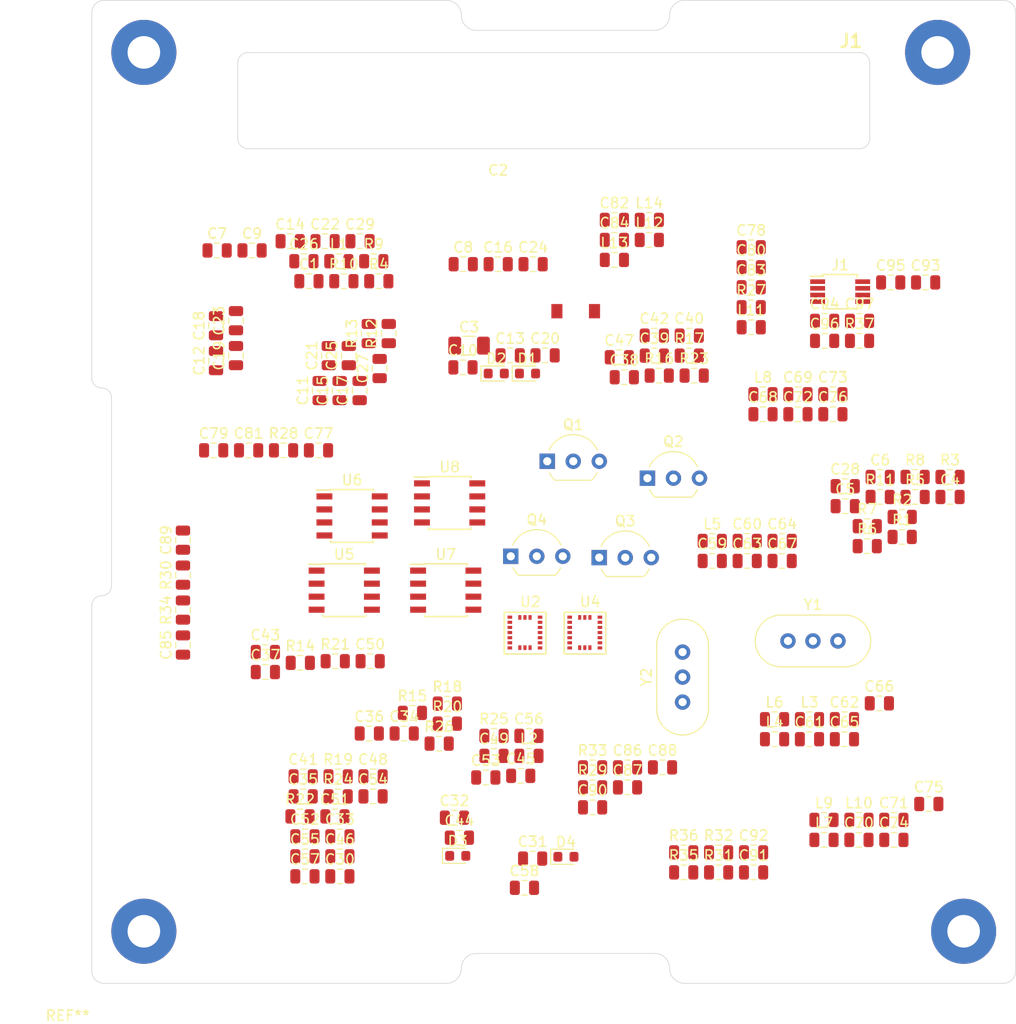
<source format=kicad_pcb>
(kicad_pcb (version 20171130) (host pcbnew "(5.1.5)-3")
  (layers (0 F.Cu signal) (31 B.Cu signal) (34 B.Paste user) (35 F.Paste user) (36 B.SilkS user) (37 F.SilkS user) (38 B.Mask user) (39 F.Mask user) (44 Edge.Cuts user))
  (net 0 "")
  (net 1 "Net-(C1-Pad2)")
  (net 2 "Net-(C1-Pad1)")
  (net 3 "Net-(C2-Pad2)")
  (net 4 "Net-(C2-Pad1)")
  (net 5 "Net-(C3-Pad1)")
  (net 6 "Net-(C3-Pad2)")
  (net 7 "Net-(C4-Pad1)")
  (net 8 "Net-(C4-Pad2)")
  (net 9 "Net-(C5-Pad1)")
  (net 10 "Net-(C5-Pad2)")
  (net 11 "Net-(C6-Pad2)")
  (net 12 "Net-(C6-Pad1)")
  (net 13 "Net-(C7-Pad1)")
  (net 14 "Net-(C7-Pad2)")
  (net 15 "Net-(C8-Pad1)")
  (net 16 "Net-(C8-Pad2)")
  (net 17 "Net-(C9-Pad1)")
  (net 18 "Net-(C9-Pad2)")
  (net 19 "Net-(C10-Pad2)")
  (net 20 "Net-(C10-Pad1)")
  (net 21 "Net-(C11-Pad2)")
  (net 22 "Net-(C11-Pad1)")
  (net 23 "Net-(C12-Pad1)")
  (net 24 "Net-(C12-Pad2)")
  (net 25 "Net-(C13-Pad1)")
  (net 26 "Net-(C13-Pad2)")
  (net 27 "Net-(C14-Pad1)")
  (net 28 "Net-(C14-Pad2)")
  (net 29 "Net-(C15-Pad2)")
  (net 30 "Net-(C15-Pad1)")
  (net 31 "Net-(C16-Pad1)")
  (net 32 "Net-(C16-Pad2)")
  (net 33 "Net-(C17-Pad2)")
  (net 34 "Net-(C17-Pad1)")
  (net 35 "Net-(C18-Pad1)")
  (net 36 "Net-(C18-Pad2)")
  (net 37 "Net-(C19-Pad1)")
  (net 38 "Net-(C19-Pad2)")
  (net 39 "Net-(C20-Pad2)")
  (net 40 "Net-(C20-Pad1)")
  (net 41 "Net-(C21-Pad2)")
  (net 42 "Net-(C21-Pad1)")
  (net 43 "Net-(C22-Pad2)")
  (net 44 "Net-(C22-Pad1)")
  (net 45 "Net-(C23-Pad2)")
  (net 46 "Net-(C23-Pad1)")
  (net 47 "Net-(C24-Pad1)")
  (net 48 "Net-(C24-Pad2)")
  (net 49 "Net-(C25-Pad2)")
  (net 50 "Net-(C25-Pad1)")
  (net 51 "Net-(C26-Pad1)")
  (net 52 "Net-(C26-Pad2)")
  (net 53 "Net-(C27-Pad1)")
  (net 54 "Net-(C27-Pad2)")
  (net 55 "Net-(C28-Pad2)")
  (net 56 "Net-(C28-Pad1)")
  (net 57 "Net-(C29-Pad2)")
  (net 58 "Net-(C29-Pad1)")
  (net 59 "Net-(C30-Pad1)")
  (net 60 "Net-(C30-Pad2)")
  (net 61 "Net-(C31-Pad1)")
  (net 62 "Net-(C31-Pad2)")
  (net 63 "Net-(C32-Pad2)")
  (net 64 "Net-(C32-Pad1)")
  (net 65 "Net-(C33-Pad2)")
  (net 66 "Net-(C33-Pad1)")
  (net 67 "Net-(C34-Pad1)")
  (net 68 "Net-(C34-Pad2)")
  (net 69 "Net-(C35-Pad1)")
  (net 70 "Net-(C35-Pad2)")
  (net 71 "Net-(C36-Pad1)")
  (net 72 "Net-(C36-Pad2)")
  (net 73 "Net-(C37-Pad1)")
  (net 74 "Net-(C37-Pad2)")
  (net 75 "Net-(C38-Pad1)")
  (net 76 "Net-(C38-Pad2)")
  (net 77 "Net-(C39-Pad1)")
  (net 78 "Net-(C39-Pad2)")
  (net 79 "Net-(C40-Pad2)")
  (net 80 "Net-(C40-Pad1)")
  (net 81 "Net-(C41-Pad1)")
  (net 82 "Net-(C41-Pad2)")
  (net 83 "Net-(C42-Pad2)")
  (net 84 "Net-(C42-Pad1)")
  (net 85 "Net-(C43-Pad1)")
  (net 86 "Net-(C43-Pad2)")
  (net 87 "Net-(C44-Pad2)")
  (net 88 "Net-(C44-Pad1)")
  (net 89 "Net-(C45-Pad1)")
  (net 90 "Net-(C45-Pad2)")
  (net 91 "Net-(C46-Pad2)")
  (net 92 "Net-(C46-Pad1)")
  (net 93 "Net-(C47-Pad1)")
  (net 94 "Net-(C47-Pad2)")
  (net 95 "Net-(C48-Pad2)")
  (net 96 "Net-(C48-Pad1)")
  (net 97 "Net-(C49-Pad2)")
  (net 98 "Net-(C49-Pad1)")
  (net 99 "Net-(C50-Pad2)")
  (net 100 "Net-(C50-Pad1)")
  (net 101 "Net-(C51-Pad2)")
  (net 102 "Net-(C51-Pad1)")
  (net 103 "Net-(C52-Pad2)")
  (net 104 "Net-(C52-Pad1)")
  (net 105 "Net-(C53-Pad2)")
  (net 106 "Net-(C53-Pad1)")
  (net 107 "Net-(C54-Pad1)")
  (net 108 "Net-(C54-Pad2)")
  (net 109 "Net-(C55-Pad1)")
  (net 110 "Net-(C55-Pad2)")
  (net 111 "Net-(C56-Pad1)")
  (net 112 "Net-(C56-Pad2)")
  (net 113 "Net-(C57-Pad1)")
  (net 114 "Net-(C57-Pad2)")
  (net 115 "Net-(C58-Pad2)")
  (net 116 "Net-(C58-Pad1)")
  (net 117 "Net-(C59-Pad1)")
  (net 118 "Net-(C59-Pad2)")
  (net 119 "Net-(C60-Pad2)")
  (net 120 "Net-(C60-Pad1)")
  (net 121 "Net-(C61-Pad1)")
  (net 122 "Net-(C61-Pad2)")
  (net 123 "Net-(C62-Pad2)")
  (net 124 "Net-(C62-Pad1)")
  (net 125 "Net-(C63-Pad2)")
  (net 126 "Net-(C63-Pad1)")
  (net 127 "Net-(C64-Pad2)")
  (net 128 "Net-(C64-Pad1)")
  (net 129 "Net-(C65-Pad1)")
  (net 130 "Net-(C65-Pad2)")
  (net 131 "Net-(C66-Pad2)")
  (net 132 "Net-(C66-Pad1)")
  (net 133 "Net-(C67-Pad1)")
  (net 134 "Net-(C67-Pad2)")
  (net 135 "Net-(C68-Pad1)")
  (net 136 "Net-(C68-Pad2)")
  (net 137 "Net-(C69-Pad2)")
  (net 138 "Net-(C69-Pad1)")
  (net 139 "Net-(C70-Pad1)")
  (net 140 "Net-(C70-Pad2)")
  (net 141 "Net-(C71-Pad2)")
  (net 142 "Net-(C71-Pad1)")
  (net 143 "Net-(C72-Pad2)")
  (net 144 "Net-(C72-Pad1)")
  (net 145 "Net-(C73-Pad2)")
  (net 146 "Net-(C73-Pad1)")
  (net 147 "Net-(C74-Pad1)")
  (net 148 "Net-(C74-Pad2)")
  (net 149 "Net-(C75-Pad2)")
  (net 150 "Net-(C75-Pad1)")
  (net 151 "Net-(C76-Pad1)")
  (net 152 "Net-(C76-Pad2)")
  (net 153 "Net-(C77-Pad1)")
  (net 154 "Net-(C77-Pad2)")
  (net 155 "Net-(C78-Pad1)")
  (net 156 "Net-(C78-Pad2)")
  (net 157 "Net-(C79-Pad2)")
  (net 158 "Net-(C79-Pad1)")
  (net 159 "Net-(C80-Pad2)")
  (net 160 "Net-(C80-Pad1)")
  (net 161 "Net-(C81-Pad1)")
  (net 162 "Net-(C81-Pad2)")
  (net 163 "Net-(C82-Pad1)")
  (net 164 "Net-(C82-Pad2)")
  (net 165 "Net-(C83-Pad2)")
  (net 166 "Net-(C83-Pad1)")
  (net 167 "Net-(C84-Pad2)")
  (net 168 "Net-(C84-Pad1)")
  (net 169 "Net-(C85-Pad1)")
  (net 170 "Net-(C85-Pad2)")
  (net 171 "Net-(C86-Pad2)")
  (net 172 "Net-(C86-Pad1)")
  (net 173 "Net-(C87-Pad2)")
  (net 174 "Net-(C87-Pad1)")
  (net 175 "Net-(C88-Pad1)")
  (net 176 "Net-(C88-Pad2)")
  (net 177 "Net-(C89-Pad1)")
  (net 178 "Net-(C89-Pad2)")
  (net 179 "Net-(C90-Pad2)")
  (net 180 "Net-(C90-Pad1)")
  (net 181 "Net-(C91-Pad2)")
  (net 182 "Net-(C91-Pad1)")
  (net 183 "Net-(C92-Pad1)")
  (net 184 "Net-(C92-Pad2)")
  (net 185 "Net-(C93-Pad1)")
  (net 186 "Net-(C93-Pad2)")
  (net 187 "Net-(C94-Pad2)")
  (net 188 "Net-(C94-Pad1)")
  (net 189 "Net-(C95-Pad2)")
  (net 190 "Net-(C95-Pad1)")
  (net 191 "Net-(C96-Pad1)")
  (net 192 "Net-(C96-Pad2)")
  (net 193 "Net-(C97-Pad2)")
  (net 194 "Net-(C97-Pad1)")
  (net 195 "Net-(D1-Pad1)")
  (net 196 "Net-(D1-Pad2)")
  (net 197 "Net-(D2-Pad2)")
  (net 198 "Net-(D2-Pad1)")
  (net 199 "Net-(D3-Pad1)")
  (net 200 "Net-(D3-Pad2)")
  (net 201 "Net-(D4-Pad2)")
  (net 202 "Net-(D4-Pad1)")
  (net 203 "Net-(J1-Pad1)")
  (net 204 "Net-(J1-Pad2)")
  (net 205 "Net-(J1-Pad3)")
  (net 206 "Net-(J1-Pad4)")
  (net 207 "Net-(J1-Pad5)")
  (net 208 "Net-(J1-Pad6)")
  (net 209 "Net-(J1-Pad7)")
  (net 210 "Net-(J1-Pad8)")
  (net 211 "Net-(L1-Pad1)")
  (net 212 "Net-(L1-Pad2)")
  (net 213 "Net-(L2-Pad2)")
  (net 214 "Net-(L2-Pad1)")
  (net 215 "Net-(L3-Pad1)")
  (net 216 "Net-(L3-Pad2)")
  (net 217 "Net-(L4-Pad1)")
  (net 218 "Net-(L4-Pad2)")
  (net 219 "Net-(L5-Pad2)")
  (net 220 "Net-(L5-Pad1)")
  (net 221 "Net-(L6-Pad2)")
  (net 222 "Net-(L6-Pad1)")
  (net 223 "Net-(L7-Pad1)")
  (net 224 "Net-(L7-Pad2)")
  (net 225 "Net-(L8-Pad1)")
  (net 226 "Net-(L8-Pad2)")
  (net 227 "Net-(L9-Pad2)")
  (net 228 "Net-(L9-Pad1)")
  (net 229 "Net-(L10-Pad2)")
  (net 230 "Net-(L10-Pad1)")
  (net 231 "Net-(L11-Pad2)")
  (net 232 "Net-(L11-Pad1)")
  (net 233 "Net-(L12-Pad1)")
  (net 234 "Net-(L12-Pad2)")
  (net 235 "Net-(L13-Pad2)")
  (net 236 "Net-(L13-Pad1)")
  (net 237 "Net-(L14-Pad1)")
  (net 238 "Net-(L14-Pad2)")
  (net 239 "Net-(Q1-Pad1)")
  (net 240 "Net-(Q1-Pad3)")
  (net 241 "Net-(Q1-Pad2)")
  (net 242 "Net-(Q2-Pad2)")
  (net 243 "Net-(Q2-Pad3)")
  (net 244 "Net-(Q2-Pad1)")
  (net 245 "Net-(Q3-Pad2)")
  (net 246 "Net-(Q3-Pad3)")
  (net 247 "Net-(Q3-Pad1)")
  (net 248 "Net-(Q4-Pad1)")
  (net 249 "Net-(Q4-Pad3)")
  (net 250 "Net-(Q4-Pad2)")
  (net 251 "Net-(R1-Pad2)")
  (net 252 "Net-(R1-Pad1)")
  (net 253 "Net-(R2-Pad2)")
  (net 254 "Net-(R2-Pad1)")
  (net 255 "Net-(R3-Pad1)")
  (net 256 "Net-(R3-Pad2)")
  (net 257 "Net-(R4-Pad2)")
  (net 258 "Net-(R4-Pad1)")
  (net 259 "Net-(R5-Pad2)")
  (net 260 "Net-(R5-Pad1)")
  (net 261 "Net-(R6-Pad1)")
  (net 262 "Net-(R6-Pad2)")
  (net 263 "Net-(R7-Pad2)")
  (net 264 "Net-(R7-Pad1)")
  (net 265 "Net-(R8-Pad1)")
  (net 266 "Net-(R8-Pad2)")
  (net 267 "Net-(R9-Pad1)")
  (net 268 "Net-(R9-Pad2)")
  (net 269 "Net-(R10-Pad2)")
  (net 270 "Net-(R10-Pad1)")
  (net 271 "Net-(R11-Pad1)")
  (net 272 "Net-(R11-Pad2)")
  (net 273 "Net-(R12-Pad1)")
  (net 274 "Net-(R12-Pad2)")
  (net 275 "Net-(R13-Pad1)")
  (net 276 "Net-(R13-Pad2)")
  (net 277 "Net-(R14-Pad1)")
  (net 278 "Net-(R14-Pad2)")
  (net 279 "Net-(R15-Pad2)")
  (net 280 "Net-(R15-Pad1)")
  (net 281 "Net-(R16-Pad1)")
  (net 282 "Net-(R16-Pad2)")
  (net 283 "Net-(R17-Pad2)")
  (net 284 "Net-(R17-Pad1)")
  (net 285 "Net-(R18-Pad2)")
  (net 286 "Net-(R18-Pad1)")
  (net 287 "Net-(R19-Pad1)")
  (net 288 "Net-(R19-Pad2)")
  (net 289 "Net-(R20-Pad1)")
  (net 290 "Net-(R20-Pad2)")
  (net 291 "Net-(R21-Pad2)")
  (net 292 "Net-(R21-Pad1)")
  (net 293 "Net-(R22-Pad2)")
  (net 294 "Net-(R22-Pad1)")
  (net 295 "Net-(R23-Pad1)")
  (net 296 "Net-(R23-Pad2)")
  (net 297 "Net-(R24-Pad2)")
  (net 298 "Net-(R24-Pad1)")
  (net 299 "Net-(R25-Pad1)")
  (net 300 "Net-(R25-Pad2)")
  (net 301 "Net-(R26-Pad2)")
  (net 302 "Net-(R26-Pad1)")
  (net 303 "Net-(R27-Pad1)")
  (net 304 "Net-(R27-Pad2)")
  (net 305 "Net-(R28-Pad2)")
  (net 306 "Net-(R28-Pad1)")
  (net 307 "Net-(R29-Pad1)")
  (net 308 "Net-(R29-Pad2)")
  (net 309 "Net-(R30-Pad1)")
  (net 310 "Net-(R30-Pad2)")
  (net 311 "Net-(R31-Pad2)")
  (net 312 "Net-(R31-Pad1)")
  (net 313 "Net-(R32-Pad1)")
  (net 314 "Net-(R32-Pad2)")
  (net 315 "Net-(R33-Pad2)")
  (net 316 "Net-(R33-Pad1)")
  (net 317 "Net-(R34-Pad1)")
  (net 318 "Net-(R34-Pad2)")
  (net 319 "Net-(R35-Pad2)")
  (net 320 "Net-(R35-Pad1)")
  (net 321 "Net-(R36-Pad1)")
  (net 322 "Net-(R36-Pad2)")
  (net 323 "Net-(R37-Pad2)")
  (net 324 "Net-(R37-Pad1)")
  (net 325 "Net-(U2-Pad1)")
  (net 326 "Net-(U2-Pad2)")
  (net 327 "Net-(U2-Pad3)")
  (net 328 "Net-(U2-Pad4)")
  (net 329 "Net-(U2-Pad5)")
  (net 330 "Net-(U2-Pad6)")
  (net 331 "Net-(U2-Pad7)")
  (net 332 "Net-(U2-Pad17)")
  (net 333 "Net-(U2-Pad16)")
  (net 334 "Net-(U2-Pad15)")
  (net 335 "Net-(U2-Pad14)")
  (net 336 "Net-(U2-Pad13)")
  (net 337 "Net-(U2-Pad12)")
  (net 338 "Net-(U2-Pad11)")
  (net 339 "Net-(U2-Pad19)")
  (net 340 "Net-(U2-Pad9)")
  (net 341 "Net-(U2-Pad20)")
  (net 342 "Net-(U2-Pad18)")
  (net 343 "Net-(U2-Pad8)")
  (net 344 "Net-(U2-Pad10)")
  (net 345 "Net-(U4-Pad10)")
  (net 346 "Net-(U4-Pad8)")
  (net 347 "Net-(U4-Pad18)")
  (net 348 "Net-(U4-Pad20)")
  (net 349 "Net-(U4-Pad9)")
  (net 350 "Net-(U4-Pad19)")
  (net 351 "Net-(U4-Pad11)")
  (net 352 "Net-(U4-Pad12)")
  (net 353 "Net-(U4-Pad13)")
  (net 354 "Net-(U4-Pad14)")
  (net 355 "Net-(U4-Pad15)")
  (net 356 "Net-(U4-Pad16)")
  (net 357 "Net-(U4-Pad17)")
  (net 358 "Net-(U4-Pad7)")
  (net 359 "Net-(U4-Pad6)")
  (net 360 "Net-(U4-Pad5)")
  (net 361 "Net-(U4-Pad4)")
  (net 362 "Net-(U4-Pad3)")
  (net 363 "Net-(U4-Pad2)")
  (net 364 "Net-(U4-Pad1)")
  (net 365 "Net-(U5-Pad1)")
  (net 366 "Net-(U5-Pad2)")
  (net 367 "Net-(U5-Pad3)")
  (net 368 "Net-(U5-Pad4)")
  (net 369 "Net-(U5-Pad5)")
  (net 370 "Net-(U5-Pad6)")
  (net 371 "Net-(U5-Pad7)")
  (net 372 "Net-(U5-Pad8)")
  (net 373 "Net-(U6-Pad8)")
  (net 374 "Net-(U6-Pad7)")
  (net 375 "Net-(U6-Pad6)")
  (net 376 "Net-(U6-Pad5)")
  (net 377 "Net-(U6-Pad4)")
  (net 378 "Net-(U6-Pad3)")
  (net 379 "Net-(U6-Pad2)")
  (net 380 "Net-(U6-Pad1)")
  (net 381 "Net-(U7-Pad1)")
  (net 382 "Net-(U7-Pad2)")
  (net 383 "Net-(U7-Pad3)")
  (net 384 "Net-(U7-Pad4)")
  (net 385 "Net-(U7-Pad5)")
  (net 386 "Net-(U7-Pad6)")
  (net 387 "Net-(U7-Pad7)")
  (net 388 "Net-(U7-Pad8)")
  (net 389 "Net-(U8-Pad5)")
  (net 390 "Net-(U8-Pad4)")
  (net 391 "Net-(U8-Pad3)")
  (net 392 "Net-(U8-Pad2)")
  (net 393 "Net-(U8-Pad1)")
  (net 394 "Net-(Y1-Pad3)")
  (net 395 "Net-(Y1-Pad2)")
  (net 396 "Net-(Y1-Pad1)")
  (net 397 "Net-(Y2-Pad1)")
  (net 398 "Net-(Y2-Pad2)")
  (net 399 "Net-(Y2-Pad3)")
  (module SS:STD_PCB_A2_v1.1 (layer F.Cu) (at 101.854 149.733)
    (fp_text reference REF** (at -2.36 3.15) (layer F.SilkS))
    (fp_text value STD_PCB_A2_v1.1)
    (fp_text user J1 (at 74.085 -91.922) (layer F.SilkS) (effects (font (size 1.27 1.27) (thickness 0.254))))
    (fp_arc (start 74.925 -82.412) (end 75.925 -82.412) (angle 90) (layer Edge.Cuts) (width 0.0635))
    (fp_arc (start 15.245 -82.412) (end 15.245 -81.412) (angle 90) (layer Edge.Cuts) (width 0.0635))
    (fp_arc (start 15.245 -89.792) (end 14.245 -89.792) (angle 90) (layer Edge.Cuts) (width 0.0635))
    (fp_line (start 74.925 -90.792) (end 15.245 -90.792) (layer Edge.Cuts) (width 0.0635))
    (fp_line (start 15.245 -81.412) (end 74.925 -81.412) (layer Edge.Cuts) (width 0.0635))
    (fp_line (start 75.925 -82.412) (end 75.925 -89.792) (layer Edge.Cuts) (width 0.0635))
    (fp_line (start 14.245 -89.792) (end 14.245 -82.412) (layer Edge.Cuts) (width 0.0635))
    (fp_arc (start 74.925 -89.792) (end 74.925 -90.792) (angle 90) (layer Edge.Cuts) (width 0.0635))
    (fp_arc (start 0.96 -38.77) (end 0.96 -37.81) (angle -90) (layer Edge.Cuts) (width 0.0635))
    (fp_arc (start 0.96 -36.85) (end 0 -36.85) (angle 90) (layer Edge.Cuts) (width 0.0635))
    (fp_line (start 1.92 -38.77) (end 1.92 -57.12) (layer Edge.Cuts) (width 0.0635))
    (fp_line (start 0 -59.04) (end 0 -94.69) (layer Edge.Cuts) (width 0.0635))
    (fp_line (start 1.2 0) (end 34.61 0) (layer Edge.Cuts) (width 0.0635))
    (fp_line (start 0 -1.2) (end 0 -36.85) (layer Edge.Cuts) (width 0.0635))
    (fp_arc (start 0.96 -57.12) (end 0.96 -58.08) (angle 90) (layer Edge.Cuts) (width 0.0635))
    (fp_arc (start 0.96 -59.04) (end 0 -59.04) (angle -90) (layer Edge.Cuts) (width 0.0635))
    (fp_arc (start 1.2 -1.2) (end 0 -1.2) (angle -90) (layer Edge.Cuts) (width 0.0635))
    (fp_line (start 37.53 -2.92) (end 54.93 -2.92) (layer Edge.Cuts) (width 0.0635))
    (fp_arc (start 34.61 -1.46) (end 34.61 0) (angle -90) (layer Edge.Cuts) (width 0.0635))
    (fp_arc (start 37.53 -1.46) (end 37.53 -2.92) (angle -90) (layer Edge.Cuts) (width 0.0635))
    (fp_line (start 57.85 0) (end 88.97 0) (layer Edge.Cuts) (width 0.0635))
    (fp_line (start 90.17 -1.2) (end 90.17 -70.615) (layer Edge.Cuts) (width 0.0635))
    (fp_arc (start 54.93 -1.46) (end 56.39 -1.46) (angle -90) (layer Edge.Cuts) (width 0.0635))
    (fp_arc (start 57.85 -1.46) (end 56.39 -1.46) (angle -90) (layer Edge.Cuts) (width 0.0635))
    (fp_arc (start 88.97 -1.2) (end 88.97 0) (angle -90) (layer Edge.Cuts) (width 0.0635))
    (fp_line (start 1.2 -95.89) (end 34.605 -95.89) (layer Edge.Cuts) (width 0.0635))
    (fp_line (start 37.535 -92.96) (end 54.925 -92.96) (layer Edge.Cuts) (width 0.0635))
    (fp_line (start 57.855 -95.89) (end 84.4 -95.89) (layer Edge.Cuts) (width 0.0635))
    (fp_line (start 90.17 -72.9) (end 90.17 -94.69) (layer Edge.Cuts) (width 0.0635))
    (fp_line (start 88.97 -95.89) (end 84.4 -95.89) (layer Edge.Cuts) (width 0.0635))
    (fp_arc (start 1.2 -94.69) (end 0 -94.69) (angle 90) (layer Edge.Cuts) (width 0.0635))
    (fp_arc (start 88.97 -94.69) (end 90.17 -94.69) (angle -90) (layer Edge.Cuts) (width 0.0635))
    (fp_arc (start 34.605 -94.425) (end 34.605 -95.89) (angle 90) (layer Edge.Cuts) (width 0.0635))
    (fp_arc (start 37.535 -94.425) (end 37.535 -92.96) (angle 90) (layer Edge.Cuts) (width 0.0635))
    (fp_arc (start 54.925 -94.425) (end 56.39 -94.425) (angle 90) (layer Edge.Cuts) (width 0.0635))
    (fp_arc (start 57.855 -94.425) (end 56.39 -94.425) (angle 90) (layer Edge.Cuts) (width 0.0635))
    (fp_line (start 90.17 -72.9) (end 90.17 -70.615) (layer Edge.Cuts) (width 0.0635))
    (pad "" np_thru_hole circle (at 5.08 -5.08) (size 6.35 6.35) (drill 3.18) (layers *.Cu *.Mask))
    (pad "" np_thru_hole circle (at 5.08 -90.81) (size 6.35 6.35) (drill 3.18) (layers *.Cu *.Mask))
    (pad "" np_thru_hole circle (at 82.55 -90.81) (size 6.35 6.35) (drill 3.18) (layers *.Cu *.Mask))
    (pad "" np_thru_hole circle (at 85.09 -5.08) (size 6.35 6.35) (drill 3.18) (layers *.Cu *.Mask))
  )
  (module Capacitor_SMD:C_0805_2012Metric (layer F.Cu) (at 123.043001 81.242001)
    (fp_text reference C1 (at 0 -1.65) (layer F.SilkS))
    (fp_text value C)
    (pad 2 smd roundrect (at 0.9375 0) (size 0.975 1.4) (layers F.Cu F.Paste F.Mask) (net 1 "Net-(C1-Pad2)"))
    (pad 1 smd roundrect (at -0.9375 0) (size 0.975 1.4) (layers F.Cu F.Paste F.Mask) (net 2 "Net-(C1-Pad1)"))
  )
  (module LT:CAP_trimmer_SGC3 (layer F.Cu) (at 149.606 78.486)
    (fp_text reference C2 (at -8.09244 -8.0725) (layer F.SilkS))
    (fp_text value ?)
    (pad 2 smd rect (at 1.3103 5.68 90) (size 1.397 1.0795) (layers F.Cu F.Paste F.Mask) (net 3 "Net-(C2-Pad2)"))
    (pad 1 smd rect (at -2.36 5.68 90) (size 1.397 1.0795) (layers F.Cu F.Paste F.Mask) (net 4 "Net-(C2-Pad1)"))
  )
  (module Capacitor_SMD:C_1206_3216Metric (layer F.Cu) (at 138.677001 87.527001)
    (fp_text reference C3 (at 0 -1.82) (layer F.SilkS))
    (fp_text value 100nF)
    (pad 1 smd roundrect (at -1.4 0) (size 1.25 1.75) (layers F.Cu F.Paste F.Mask) (roundrect_rratio 0.2) (net 5 "Net-(C3-Pad1)"))
    (pad 2 smd roundrect (at 1.4 0) (size 1.25 1.75) (layers F.Cu F.Paste F.Mask) (roundrect_rratio 0.2) (net 6 "Net-(C3-Pad2)"))
  )
  (module Capacitor_SMD:C_0805_2012Metric (layer F.Cu) (at 185.616001 102.287001)
    (fp_text reference C4 (at 0 -1.65) (layer F.SilkS))
    (fp_text value 100nF)
    (pad 1 smd roundrect (at -0.9375 0) (size 0.975 1.4) (layers F.Cu F.Paste F.Mask) (net 7 "Net-(C4-Pad1)"))
    (pad 2 smd roundrect (at 0.9375 0) (size 0.975 1.4) (layers F.Cu F.Paste F.Mask) (net 8 "Net-(C4-Pad2)"))
  )
  (module Capacitor_SMD:C_0805_2012Metric (layer F.Cu) (at 175.386001 103.187001)
    (fp_text reference C5 (at 0 -1.65) (layer F.SilkS))
    (fp_text value 100pF)
    (pad 1 smd roundrect (at -0.9375 0) (size 0.975 1.4) (layers F.Cu F.Paste F.Mask) (net 9 "Net-(C5-Pad1)"))
    (pad 2 smd roundrect (at 0.9375 0) (size 0.975 1.4) (layers F.Cu F.Paste F.Mask) (net 10 "Net-(C5-Pad2)"))
  )
  (module Capacitor_SMD:C_0805_2012Metric (layer F.Cu) (at 178.796001 100.337001)
    (fp_text reference C6 (at 0 -1.65) (layer F.SilkS))
    (fp_text value 100pF)
    (pad 2 smd roundrect (at 0.9375 0) (size 0.975 1.4) (layers F.Cu F.Paste F.Mask) (net 11 "Net-(C6-Pad2)"))
    (pad 1 smd roundrect (at -0.9375 0) (size 0.975 1.4) (layers F.Cu F.Paste F.Mask) (net 12 "Net-(C6-Pad1)"))
  )
  (module Capacitor_SMD:C_0805_2012Metric (layer F.Cu) (at 114.083001 78.242001)
    (fp_text reference C7 (at 0 -1.65) (layer F.SilkS))
    (fp_text value C)
    (pad 1 smd roundrect (at -0.9375 0) (size 0.975 1.4) (layers F.Cu F.Paste F.Mask) (net 13 "Net-(C7-Pad1)"))
    (pad 2 smd roundrect (at 0.9375 0) (size 0.975 1.4) (layers F.Cu F.Paste F.Mask) (net 14 "Net-(C7-Pad2)"))
  )
  (module Capacitor_SMD:C_0805_2012Metric (layer F.Cu) (at 138.104001 79.583001)
    (fp_text reference C8 (at 0 -1.65) (layer F.SilkS))
    (fp_text value 560)
    (pad 1 smd roundrect (at -0.9375 0) (size 0.975 1.4) (layers F.Cu F.Paste F.Mask) (net 15 "Net-(C8-Pad1)"))
    (pad 2 smd roundrect (at 0.9375 0) (size 0.975 1.4) (layers F.Cu F.Paste F.Mask) (net 16 "Net-(C8-Pad2)"))
  )
  (module Capacitor_SMD:C_0805_2012Metric (layer F.Cu) (at 117.493001 78.242001)
    (fp_text reference C9 (at 0 -1.65) (layer F.SilkS))
    (fp_text value 1000pF)
    (pad 1 smd roundrect (at -0.9375 0) (size 0.975 1.4) (layers F.Cu F.Paste F.Mask) (net 17 "Net-(C9-Pad1)"))
    (pad 2 smd roundrect (at 0.9375 0) (size 0.975 1.4) (layers F.Cu F.Paste F.Mask) (net 18 "Net-(C9-Pad2)"))
  )
  (module Capacitor_SMD:C_0805_2012Metric (layer F.Cu) (at 138.077001 89.647001)
    (fp_text reference C10 (at 0 -1.65) (layer F.SilkS))
    (fp_text value 100nF)
    (pad 2 smd roundrect (at 0.9375 0) (size 0.975 1.4) (layers F.Cu F.Paste F.Mask) (net 19 "Net-(C10-Pad2)"))
    (pad 1 smd roundrect (at -0.9375 0) (size 0.975 1.4) (layers F.Cu F.Paste F.Mask) (net 20 "Net-(C10-Pad1)"))
  )
  (module Capacitor_SMD:C_0805_2012Metric (layer F.Cu) (at 124.096001 91.910999 90)
    (fp_text reference C11 (at 0 -1.65 90) (layer F.SilkS))
    (fp_text value 120)
    (pad 2 smd roundrect (at 0.9375 0 90) (size 0.975 1.4) (layers F.Cu F.Paste F.Mask) (net 21 "Net-(C11-Pad2)"))
    (pad 1 smd roundrect (at -0.9375 0 90) (size 0.975 1.4) (layers F.Cu F.Paste F.Mask) (net 22 "Net-(C11-Pad1)"))
  )
  (module Capacitor_SMD:C_0805_2012Metric (layer F.Cu) (at 113.974001 88.990999 90)
    (fp_text reference C12 (at 0 -1.65 90) (layer F.SilkS))
    (fp_text value 100pF)
    (pad 1 smd roundrect (at -0.9375 0 90) (size 0.975 1.4) (layers F.Cu F.Paste F.Mask) (net 23 "Net-(C12-Pad1)"))
    (pad 2 smd roundrect (at 0.9375 0 90) (size 0.975 1.4) (layers F.Cu F.Paste F.Mask) (net 24 "Net-(C12-Pad2)"))
  )
  (module Capacitor_SMD:C_0805_2012Metric (layer F.Cu) (at 142.687001 88.477001)
    (fp_text reference C13 (at 0 -1.65) (layer F.SilkS))
    (fp_text value 100pF)
    (pad 1 smd roundrect (at -0.9375 0) (size 0.975 1.4) (layers F.Cu F.Paste F.Mask) (net 25 "Net-(C13-Pad1)"))
    (pad 2 smd roundrect (at 0.9375 0) (size 0.975 1.4) (layers F.Cu F.Paste F.Mask) (net 26 "Net-(C13-Pad2)"))
  )
  (module Capacitor_SMD:C_0805_2012Metric (layer F.Cu) (at 121.213001 77.342001)
    (fp_text reference C14 (at 0 -1.65) (layer F.SilkS))
    (fp_text value C)
    (pad 1 smd roundrect (at -0.9375 0) (size 0.975 1.4) (layers F.Cu F.Paste F.Mask) (net 27 "Net-(C14-Pad1)"))
    (pad 2 smd roundrect (at 0.9375 0) (size 0.975 1.4) (layers F.Cu F.Paste F.Mask) (net 28 "Net-(C14-Pad2)"))
  )
  (module Capacitor_SMD:C_0805_2012Metric (layer F.Cu) (at 126.046001 91.910999 90)
    (fp_text reference C15 (at 0 -1.65 90) (layer F.SilkS))
    (fp_text value 100nF)
    (pad 2 smd roundrect (at 0.9375 0 90) (size 0.975 1.4) (layers F.Cu F.Paste F.Mask) (net 29 "Net-(C15-Pad2)"))
    (pad 1 smd roundrect (at -0.9375 0 90) (size 0.975 1.4) (layers F.Cu F.Paste F.Mask) (net 30 "Net-(C15-Pad1)"))
  )
  (module Capacitor_SMD:C_0805_2012Metric (layer F.Cu) (at 141.514001 79.583001)
    (fp_text reference C16 (at 0 -1.65) (layer F.SilkS))
    (fp_text value C)
    (pad 1 smd roundrect (at -0.9375 0) (size 0.975 1.4) (layers F.Cu F.Paste F.Mask) (net 31 "Net-(C16-Pad1)"))
    (pad 2 smd roundrect (at 0.9375 0) (size 0.975 1.4) (layers F.Cu F.Paste F.Mask) (net 32 "Net-(C16-Pad2)"))
  )
  (module Capacitor_SMD:C_0805_2012Metric (layer F.Cu) (at 127.996001 91.910999 90)
    (fp_text reference C17 (at 0 -1.65 90) (layer F.SilkS))
    (fp_text value 10pF)
    (pad 2 smd roundrect (at 0.9375 0 90) (size 0.975 1.4) (layers F.Cu F.Paste F.Mask) (net 33 "Net-(C17-Pad2)"))
    (pad 1 smd roundrect (at -0.9375 0 90) (size 0.975 1.4) (layers F.Cu F.Paste F.Mask) (net 34 "Net-(C17-Pad1)"))
  )
  (module Capacitor_SMD:C_0805_2012Metric (layer F.Cu) (at 113.974001 85.580999 90)
    (fp_text reference C18 (at 0 -1.65 90) (layer F.SilkS))
    (fp_text value 100nF)
    (pad 1 smd roundrect (at -0.9375 0 90) (size 0.975 1.4) (layers F.Cu F.Paste F.Mask) (net 35 "Net-(C18-Pad1)"))
    (pad 2 smd roundrect (at 0.9375 0 90) (size 0.975 1.4) (layers F.Cu F.Paste F.Mask) (net 36 "Net-(C18-Pad2)"))
  )
  (module Capacitor_SMD:C_0805_2012Metric (layer F.Cu) (at 115.924001 88.500999 90)
    (fp_text reference C19 (at 0 -1.65 90) (layer F.SilkS))
    (fp_text value C)
    (pad 1 smd roundrect (at -0.9375 0 90) (size 0.975 1.4) (layers F.Cu F.Paste F.Mask) (net 37 "Net-(C19-Pad1)"))
    (pad 2 smd roundrect (at 0.9375 0 90) (size 0.975 1.4) (layers F.Cu F.Paste F.Mask) (net 38 "Net-(C19-Pad2)"))
  )
  (module Capacitor_SMD:C_0805_2012Metric (layer F.Cu) (at 146.097001 88.477001)
    (fp_text reference C20 (at 0 -1.65) (layer F.SilkS))
    (fp_text value 100nF)
    (pad 2 smd roundrect (at 0.9375 0) (size 0.975 1.4) (layers F.Cu F.Paste F.Mask) (net 39 "Net-(C20-Pad2)"))
    (pad 1 smd roundrect (at -0.9375 0) (size 0.975 1.4) (layers F.Cu F.Paste F.Mask) (net 40 "Net-(C20-Pad1)"))
  )
  (module Capacitor_SMD:C_0805_2012Metric (layer F.Cu) (at 124.986001 88.500999 90)
    (fp_text reference C21 (at 0 -1.65 90) (layer F.SilkS))
    (fp_text value 100nF)
    (pad 2 smd roundrect (at 0.9375 0 90) (size 0.975 1.4) (layers F.Cu F.Paste F.Mask) (net 41 "Net-(C21-Pad2)"))
    (pad 1 smd roundrect (at -0.9375 0 90) (size 0.975 1.4) (layers F.Cu F.Paste F.Mask) (net 42 "Net-(C21-Pad1)"))
  )
  (module Capacitor_SMD:C_0805_2012Metric (layer F.Cu) (at 124.623001 77.342001)
    (fp_text reference C22 (at 0 -1.65) (layer F.SilkS))
    (fp_text value 1000pF)
    (pad 2 smd roundrect (at 0.9375 0) (size 0.975 1.4) (layers F.Cu F.Paste F.Mask) (net 43 "Net-(C22-Pad2)"))
    (pad 1 smd roundrect (at -0.9375 0) (size 0.975 1.4) (layers F.Cu F.Paste F.Mask) (net 44 "Net-(C22-Pad1)"))
  )
  (module Capacitor_SMD:C_0805_2012Metric (layer F.Cu) (at 115.924001 85.090999 90)
    (fp_text reference C23 (at 0 -1.65 90) (layer F.SilkS))
    (fp_text value 100pF)
    (pad 2 smd roundrect (at 0.9375 0 90) (size 0.975 1.4) (layers F.Cu F.Paste F.Mask) (net 45 "Net-(C23-Pad2)"))
    (pad 1 smd roundrect (at -0.9375 0 90) (size 0.975 1.4) (layers F.Cu F.Paste F.Mask) (net 46 "Net-(C23-Pad1)"))
  )
  (module Capacitor_SMD:C_0805_2012Metric (layer F.Cu) (at 144.924001 79.583001)
    (fp_text reference C24 (at 0 -1.65) (layer F.SilkS))
    (fp_text value 100nF)
    (pad 1 smd roundrect (at -0.9375 0) (size 0.975 1.4) (layers F.Cu F.Paste F.Mask) (net 47 "Net-(C24-Pad1)"))
    (pad 2 smd roundrect (at 0.9375 0) (size 0.975 1.4) (layers F.Cu F.Paste F.Mask) (net 48 "Net-(C24-Pad2)"))
  )
  (module Capacitor_SMD:C_0805_2012Metric (layer F.Cu) (at 126.936001 88.500999 90)
    (fp_text reference C25 (at 0 -1.65 90) (layer F.SilkS))
    (fp_text value 100nF)
    (pad 2 smd roundrect (at 0.9375 0 90) (size 0.975 1.4) (layers F.Cu F.Paste F.Mask) (net 49 "Net-(C25-Pad2)"))
    (pad 1 smd roundrect (at -0.9375 0 90) (size 0.975 1.4) (layers F.Cu F.Paste F.Mask) (net 50 "Net-(C25-Pad1)"))
  )
  (module Capacitor_SMD:C_0805_2012Metric (layer F.Cu) (at 122.553001 79.292001)
    (fp_text reference C26 (at 0 -1.65) (layer F.SilkS))
    (fp_text value C)
    (pad 1 smd roundrect (at -0.9375 0) (size 0.975 1.4) (layers F.Cu F.Paste F.Mask) (net 51 "Net-(C26-Pad1)"))
    (pad 2 smd roundrect (at 0.9375 0) (size 0.975 1.4) (layers F.Cu F.Paste F.Mask) (net 52 "Net-(C26-Pad2)"))
  )
  (module Capacitor_SMD:C_0805_2012Metric (layer F.Cu) (at 129.946001 89.760999 90)
    (fp_text reference C27 (at 0 -1.65 90) (layer F.SilkS))
    (fp_text value C_Variable)
    (pad 1 smd roundrect (at -0.9375 0 90) (size 0.975 1.4) (layers F.Cu F.Paste F.Mask) (net 53 "Net-(C27-Pad1)"))
    (pad 2 smd roundrect (at 0.9375 0 90) (size 0.975 1.4) (layers F.Cu F.Paste F.Mask) (net 54 "Net-(C27-Pad2)"))
  )
  (module Capacitor_SMD:C_0805_2012Metric (layer F.Cu) (at 175.386001 101.237001)
    (fp_text reference C28 (at 0 -1.65) (layer F.SilkS))
    (fp_text value 100nF)
    (pad 2 smd roundrect (at 0.9375 0) (size 0.975 1.4) (layers F.Cu F.Paste F.Mask) (net 55 "Net-(C28-Pad2)"))
    (pad 1 smd roundrect (at -0.9375 0) (size 0.975 1.4) (layers F.Cu F.Paste F.Mask) (net 56 "Net-(C28-Pad1)"))
  )
  (module Capacitor_SMD:C_0805_2012Metric (layer F.Cu) (at 128.033001 77.342001)
    (fp_text reference C29 (at 0 -1.65) (layer F.SilkS))
    (fp_text value 100pF)
    (pad 2 smd roundrect (at 0.9375 0) (size 0.975 1.4) (layers F.Cu F.Paste F.Mask) (net 57 "Net-(C29-Pad2)"))
    (pad 1 smd roundrect (at -0.9375 0) (size 0.975 1.4) (layers F.Cu F.Paste F.Mask) (net 58 "Net-(C29-Pad1)"))
  )
  (module Capacitor_SMD:C_0805_2012Metric (layer F.Cu) (at 126.063001 139.297001)
    (fp_text reference C30 (at 0 -1.65) (layer F.SilkS))
    (fp_text value C)
    (pad 1 smd roundrect (at -0.9375 0) (size 0.975 1.4) (layers F.Cu F.Paste F.Mask) (net 59 "Net-(C30-Pad1)"))
    (pad 2 smd roundrect (at 0.9375 0) (size 0.975 1.4) (layers F.Cu F.Paste F.Mask) (net 60 "Net-(C30-Pad2)"))
  )
  (module Capacitor_SMD:C_0805_2012Metric (layer F.Cu) (at 144.878001 137.564001)
    (fp_text reference C31 (at 0 -1.65) (layer F.SilkS))
    (fp_text value ?)
    (pad 1 smd roundrect (at -0.9375 0) (size 0.975 1.4) (layers F.Cu F.Paste F.Mask) (net 61 "Net-(C31-Pad1)"))
    (pad 2 smd roundrect (at 0.9375 0) (size 0.975 1.4) (layers F.Cu F.Paste F.Mask) (net 62 "Net-(C31-Pad2)"))
  )
  (module Capacitor_SMD:C_0805_2012Metric (layer F.Cu) (at 137.248001 133.574001)
    (fp_text reference C32 (at 0 -1.65) (layer F.SilkS))
    (fp_text value 100nF)
    (pad 2 smd roundrect (at 0.9375 0) (size 0.975 1.4) (layers F.Cu F.Paste F.Mask) (net 63 "Net-(C32-Pad2)"))
    (pad 1 smd roundrect (at -0.9375 0) (size 0.975 1.4) (layers F.Cu F.Paste F.Mask) (net 64 "Net-(C32-Pad1)"))
  )
  (module Capacitor_SMD:C_0805_2012Metric (layer F.Cu) (at 126.063001 135.397001)
    (fp_text reference C33 (at 0 -1.65) (layer F.SilkS))
    (fp_text value 100nF)
    (pad 2 smd roundrect (at 0.9375 0) (size 0.975 1.4) (layers F.Cu F.Paste F.Mask) (net 65 "Net-(C33-Pad2)"))
    (pad 1 smd roundrect (at -0.9375 0) (size 0.975 1.4) (layers F.Cu F.Paste F.Mask) (net 66 "Net-(C33-Pad1)"))
  )
  (module Capacitor_SMD:C_0805_2012Metric (layer F.Cu) (at 132.343001 125.360001)
    (fp_text reference C34 (at 0 -1.65) (layer F.SilkS))
    (fp_text value 100pF)
    (pad 1 smd roundrect (at -0.9375 0) (size 0.975 1.4) (layers F.Cu F.Paste F.Mask) (net 67 "Net-(C34-Pad1)"))
    (pad 2 smd roundrect (at 0.9375 0) (size 0.975 1.4) (layers F.Cu F.Paste F.Mask) (net 68 "Net-(C34-Pad2)"))
  )
  (module Capacitor_SMD:C_0805_2012Metric (layer F.Cu) (at 122.483001 131.497001)
    (fp_text reference C35 (at 0 -1.65) (layer F.SilkS))
    (fp_text value 100pF)
    (pad 1 smd roundrect (at -0.9375 0) (size 0.975 1.4) (layers F.Cu F.Paste F.Mask) (net 69 "Net-(C35-Pad1)"))
    (pad 2 smd roundrect (at 0.9375 0) (size 0.975 1.4) (layers F.Cu F.Paste F.Mask) (net 70 "Net-(C35-Pad2)"))
  )
  (module Capacitor_SMD:C_0805_2012Metric (layer F.Cu) (at 128.933001 125.360001)
    (fp_text reference C36 (at 0 -1.65) (layer F.SilkS))
    (fp_text value C)
    (pad 1 smd roundrect (at -0.9375 0) (size 0.975 1.4) (layers F.Cu F.Paste F.Mask) (net 71 "Net-(C36-Pad1)"))
    (pad 2 smd roundrect (at 0.9375 0) (size 0.975 1.4) (layers F.Cu F.Paste F.Mask) (net 72 "Net-(C36-Pad2)"))
  )
  (module Capacitor_SMD:C_0805_2012Metric (layer F.Cu) (at 118.792001 119.368001)
    (fp_text reference C37 (at 0 -1.65) (layer F.SilkS))
    (fp_text value 560)
    (pad 1 smd roundrect (at -0.9375 0) (size 0.975 1.4) (layers F.Cu F.Paste F.Mask) (net 73 "Net-(C37-Pad1)"))
    (pad 2 smd roundrect (at 0.9375 0) (size 0.975 1.4) (layers F.Cu F.Paste F.Mask) (net 74 "Net-(C37-Pad2)"))
  )
  (module Capacitor_SMD:C_0805_2012Metric (layer F.Cu) (at 153.825001 90.610001)
    (fp_text reference C38 (at 0 -1.65) (layer F.SilkS))
    (fp_text value 1000pF)
    (pad 1 smd roundrect (at -0.9375 0) (size 0.975 1.4) (layers F.Cu F.Paste F.Mask) (net 75 "Net-(C38-Pad1)"))
    (pad 2 smd roundrect (at 0.9375 0) (size 0.975 1.4) (layers F.Cu F.Paste F.Mask) (net 76 "Net-(C38-Pad2)"))
  )
  (module Capacitor_SMD:C_0805_2012Metric (layer F.Cu) (at 156.755001 88.500001)
    (fp_text reference C39 (at 0 -1.65) (layer F.SilkS))
    (fp_text value 100nF)
    (pad 1 smd roundrect (at -0.9375 0) (size 0.975 1.4) (layers F.Cu F.Paste F.Mask) (net 77 "Net-(C39-Pad1)"))
    (pad 2 smd roundrect (at 0.9375 0) (size 0.975 1.4) (layers F.Cu F.Paste F.Mask) (net 78 "Net-(C39-Pad2)"))
  )
  (module Capacitor_SMD:C_0805_2012Metric (layer F.Cu) (at 160.165001 86.550001)
    (fp_text reference C40 (at 0 -1.65) (layer F.SilkS))
    (fp_text value 120)
    (pad 2 smd roundrect (at 0.9375 0) (size 0.975 1.4) (layers F.Cu F.Paste F.Mask) (net 79 "Net-(C40-Pad2)"))
    (pad 1 smd roundrect (at -0.9375 0) (size 0.975 1.4) (layers F.Cu F.Paste F.Mask) (net 80 "Net-(C40-Pad1)"))
  )
  (module Capacitor_SMD:C_0805_2012Metric (layer F.Cu) (at 122.483001 129.547001)
    (fp_text reference C41 (at 0 -1.65) (layer F.SilkS))
    (fp_text value 100pF)
    (pad 1 smd roundrect (at -0.9375 0) (size 0.975 1.4) (layers F.Cu F.Paste F.Mask) (net 81 "Net-(C41-Pad1)"))
    (pad 2 smd roundrect (at 0.9375 0) (size 0.975 1.4) (layers F.Cu F.Paste F.Mask) (net 82 "Net-(C41-Pad2)"))
  )
  (module Capacitor_SMD:C_0805_2012Metric (layer F.Cu) (at 156.755001 86.550001)
    (fp_text reference C42 (at 0 -1.65) (layer F.SilkS))
    (fp_text value 100pF)
    (pad 2 smd roundrect (at 0.9375 0) (size 0.975 1.4) (layers F.Cu F.Paste F.Mask) (net 83 "Net-(C42-Pad2)"))
    (pad 1 smd roundrect (at -0.9375 0) (size 0.975 1.4) (layers F.Cu F.Paste F.Mask) (net 84 "Net-(C42-Pad1)"))
  )
  (module Capacitor_SMD:C_0805_2012Metric (layer F.Cu) (at 118.792001 117.418001)
    (fp_text reference C43 (at 0 -1.65) (layer F.SilkS))
    (fp_text value C)
    (pad 1 smd roundrect (at -0.9375 0) (size 0.975 1.4) (layers F.Cu F.Paste F.Mask) (net 85 "Net-(C43-Pad1)"))
    (pad 2 smd roundrect (at 0.9375 0) (size 0.975 1.4) (layers F.Cu F.Paste F.Mask) (net 86 "Net-(C43-Pad2)"))
  )
  (module Capacitor_SMD:C_0805_2012Metric (layer F.Cu) (at 137.728001 135.524001)
    (fp_text reference C44 (at 0 -1.65) (layer F.SilkS))
    (fp_text value 100nF)
    (pad 2 smd roundrect (at 0.9375 0) (size 0.975 1.4) (layers F.Cu F.Paste F.Mask) (net 87 "Net-(C44-Pad2)"))
    (pad 1 smd roundrect (at -0.9375 0) (size 0.975 1.4) (layers F.Cu F.Paste F.Mask) (net 88 "Net-(C44-Pad1)"))
  )
  (module Capacitor_SMD:C_0805_2012Metric (layer F.Cu) (at 143.716001 129.492001)
    (fp_text reference C45 (at 0 -1.65) (layer F.SilkS))
    (fp_text value C)
    (pad 1 smd roundrect (at -0.9375 0) (size 0.975 1.4) (layers F.Cu F.Paste F.Mask) (net 89 "Net-(C45-Pad1)"))
    (pad 2 smd roundrect (at 0.9375 0) (size 0.975 1.4) (layers F.Cu F.Paste F.Mask) (net 90 "Net-(C45-Pad2)"))
  )
  (module Capacitor_SMD:C_0805_2012Metric (layer F.Cu) (at 126.063001 137.347001)
    (fp_text reference C46 (at 0 -1.65) (layer F.SilkS))
    (fp_text value 10pF)
    (pad 2 smd roundrect (at 0.9375 0) (size 0.975 1.4) (layers F.Cu F.Paste F.Mask) (net 91 "Net-(C46-Pad2)"))
    (pad 1 smd roundrect (at -0.9375 0) (size 0.975 1.4) (layers F.Cu F.Paste F.Mask) (net 92 "Net-(C46-Pad1)"))
  )
  (module Capacitor_SMD:C_0805_2012Metric (layer F.Cu) (at 153.335001 88.660001)
    (fp_text reference C47 (at 0 -1.65) (layer F.SilkS))
    (fp_text value 100nF)
    (pad 1 smd roundrect (at -0.9375 0) (size 0.975 1.4) (layers F.Cu F.Paste F.Mask) (net 93 "Net-(C47-Pad1)"))
    (pad 2 smd roundrect (at 0.9375 0) (size 0.975 1.4) (layers F.Cu F.Paste F.Mask) (net 94 "Net-(C47-Pad2)"))
  )
  (module Capacitor_SMD:C_0805_2012Metric (layer F.Cu) (at 129.303001 129.547001)
    (fp_text reference C48 (at 0 -1.65) (layer F.SilkS))
    (fp_text value C)
    (pad 2 smd roundrect (at 0.9375 0) (size 0.975 1.4) (layers F.Cu F.Paste F.Mask) (net 95 "Net-(C48-Pad2)"))
    (pad 1 smd roundrect (at -0.9375 0) (size 0.975 1.4) (layers F.Cu F.Paste F.Mask) (net 96 "Net-(C48-Pad1)"))
  )
  (module Capacitor_SMD:C_0805_2012Metric (layer F.Cu) (at 141.106001 127.542001)
    (fp_text reference C49 (at 0 -1.65) (layer F.SilkS))
    (fp_text value 100nF)
    (pad 2 smd roundrect (at 0.9375 0) (size 0.975 1.4) (layers F.Cu F.Paste F.Mask) (net 97 "Net-(C49-Pad2)"))
    (pad 1 smd roundrect (at -0.9375 0) (size 0.975 1.4) (layers F.Cu F.Paste F.Mask) (net 98 "Net-(C49-Pad1)"))
  )
  (module Capacitor_SMD:C_0805_2012Metric (layer F.Cu) (at 129.022001 118.308001)
    (fp_text reference C50 (at 0 -1.65) (layer F.SilkS))
    (fp_text value 100nF)
    (pad 2 smd roundrect (at 0.9375 0) (size 0.975 1.4) (layers F.Cu F.Paste F.Mask) (net 99 "Net-(C50-Pad2)"))
    (pad 1 smd roundrect (at -0.9375 0) (size 0.975 1.4) (layers F.Cu F.Paste F.Mask) (net 100 "Net-(C50-Pad1)"))
  )
  (module Capacitor_SMD:C_0805_2012Metric (layer F.Cu) (at 125.583001 133.447001)
    (fp_text reference C51 (at 0 -1.65) (layer F.SilkS))
    (fp_text value 1000pF)
    (pad 2 smd roundrect (at 0.9375 0) (size 0.975 1.4) (layers F.Cu F.Paste F.Mask) (net 101 "Net-(C51-Pad2)"))
    (pad 1 smd roundrect (at -0.9375 0) (size 0.975 1.4) (layers F.Cu F.Paste F.Mask) (net 102 "Net-(C51-Pad1)"))
  )
  (module Capacitor_SMD:C_0805_2012Metric (layer F.Cu) (at 122.653001 135.397001)
    (fp_text reference C52 (at 0 -1.65) (layer F.SilkS))
    (fp_text value 100pF)
    (pad 2 smd roundrect (at 0.9375 0) (size 0.975 1.4) (layers F.Cu F.Paste F.Mask) (net 103 "Net-(C52-Pad2)"))
    (pad 1 smd roundrect (at -0.9375 0) (size 0.975 1.4) (layers F.Cu F.Paste F.Mask) (net 104 "Net-(C52-Pad1)"))
  )
  (module Capacitor_SMD:C_0805_2012Metric (layer F.Cu) (at 140.306001 129.652001)
    (fp_text reference C53 (at 0 -1.65) (layer F.SilkS))
    (fp_text value 100nF)
    (pad 2 smd roundrect (at 0.9375 0) (size 0.975 1.4) (layers F.Cu F.Paste F.Mask) (net 105 "Net-(C53-Pad2)"))
    (pad 1 smd roundrect (at -0.9375 0) (size 0.975 1.4) (layers F.Cu F.Paste F.Mask) (net 106 "Net-(C53-Pad1)"))
  )
  (module Capacitor_SMD:C_0805_2012Metric (layer F.Cu) (at 129.303001 131.497001)
    (fp_text reference C54 (at 0 -1.65) (layer F.SilkS))
    (fp_text value 100nF)
    (pad 1 smd roundrect (at -0.9375 0) (size 0.975 1.4) (layers F.Cu F.Paste F.Mask) (net 107 "Net-(C54-Pad1)"))
    (pad 2 smd roundrect (at 0.9375 0) (size 0.975 1.4) (layers F.Cu F.Paste F.Mask) (net 108 "Net-(C54-Pad2)"))
  )
  (module Capacitor_SMD:C_0805_2012Metric (layer F.Cu) (at 122.653001 137.347001)
    (fp_text reference C55 (at 0 -1.65) (layer F.SilkS))
    (fp_text value C)
    (pad 1 smd roundrect (at -0.9375 0) (size 0.975 1.4) (layers F.Cu F.Paste F.Mask) (net 109 "Net-(C55-Pad1)"))
    (pad 2 smd roundrect (at 0.9375 0) (size 0.975 1.4) (layers F.Cu F.Paste F.Mask) (net 110 "Net-(C55-Pad2)"))
  )
  (module Capacitor_SMD:C_0805_2012Metric (layer F.Cu) (at 144.516001 125.592001)
    (fp_text reference C56 (at 0 -1.65) (layer F.SilkS))
    (fp_text value C_Variable)
    (pad 1 smd roundrect (at -0.9375 0) (size 0.975 1.4) (layers F.Cu F.Paste F.Mask) (net 111 "Net-(C56-Pad1)"))
    (pad 2 smd roundrect (at 0.9375 0) (size 0.975 1.4) (layers F.Cu F.Paste F.Mask) (net 112 "Net-(C56-Pad2)"))
  )
  (module Capacitor_SMD:C_0805_2012Metric (layer F.Cu) (at 122.653001 139.297001)
    (fp_text reference C57 (at 0 -1.65) (layer F.SilkS))
    (fp_text value 100nF)
    (pad 1 smd roundrect (at -0.9375 0) (size 0.975 1.4) (layers F.Cu F.Paste F.Mask) (net 113 "Net-(C57-Pad1)"))
    (pad 2 smd roundrect (at 0.9375 0) (size 0.975 1.4) (layers F.Cu F.Paste F.Mask) (net 114 "Net-(C57-Pad2)"))
  )
  (module Capacitor_SMD:C_0805_2012Metric (layer F.Cu) (at 144.078001 140.414001)
    (fp_text reference C58 (at 0 -1.65) (layer F.SilkS))
    (fp_text value 100pF)
    (pad 2 smd roundrect (at 0.9375 0) (size 0.975 1.4) (layers F.Cu F.Paste F.Mask) (net 115 "Net-(C58-Pad2)"))
    (pad 1 smd roundrect (at -0.9375 0) (size 0.975 1.4) (layers F.Cu F.Paste F.Mask) (net 116 "Net-(C58-Pad1)"))
  )
  (module Capacitor_SMD:C_0805_2012Metric (layer F.Cu) (at 162.409001 108.530001)
    (fp_text reference C59 (at 0 -1.65) (layer F.SilkS))
    (fp_text value 24p)
    (pad 1 smd roundrect (at -0.9375 0) (size 0.975 1.4) (layers F.Cu F.Paste F.Mask) (net 117 "Net-(C59-Pad1)"))
    (pad 2 smd roundrect (at 0.9375 0) (size 0.975 1.4) (layers F.Cu F.Paste F.Mask) (net 118 "Net-(C59-Pad2)"))
  )
  (module Capacitor_SMD:C_0805_2012Metric (layer F.Cu) (at 165.819001 106.580001)
    (fp_text reference C60 (at 0 -1.65) (layer F.SilkS))
    (fp_text value 10u)
    (pad 2 smd roundrect (at 0.9375 0) (size 0.975 1.4) (layers F.Cu F.Paste F.Mask) (net 119 "Net-(C60-Pad2)"))
    (pad 1 smd roundrect (at -0.9375 0) (size 0.975 1.4) (layers F.Cu F.Paste F.Mask) (net 120 "Net-(C60-Pad1)"))
  )
  (module Capacitor_SMD:C_0805_2012Metric (layer F.Cu) (at 171.898001 125.918001)
    (fp_text reference C61 (at 0 -1.65) (layer F.SilkS))
    (fp_text value 10u)
    (pad 1 smd roundrect (at -0.9375 0) (size 0.975 1.4) (layers F.Cu F.Paste F.Mask) (net 121 "Net-(C61-Pad1)"))
    (pad 2 smd roundrect (at 0.9375 0) (size 0.975 1.4) (layers F.Cu F.Paste F.Mask) (net 122 "Net-(C61-Pad2)"))
  )
  (module Capacitor_SMD:C_0805_2012Metric (layer F.Cu) (at 175.308001 123.968001)
    (fp_text reference C62 (at 0 -1.65) (layer F.SilkS))
    (fp_text value 10u)
    (pad 2 smd roundrect (at 0.9375 0) (size 0.975 1.4) (layers F.Cu F.Paste F.Mask) (net 123 "Net-(C62-Pad2)"))
    (pad 1 smd roundrect (at -0.9375 0) (size 0.975 1.4) (layers F.Cu F.Paste F.Mask) (net 124 "Net-(C62-Pad1)"))
  )
  (module Capacitor_SMD:C_0805_2012Metric (layer F.Cu) (at 165.819001 108.530001)
    (fp_text reference C63 (at 0 -1.65) (layer F.SilkS))
    (fp_text value 10u)
    (pad 2 smd roundrect (at 0.9375 0) (size 0.975 1.4) (layers F.Cu F.Paste F.Mask) (net 125 "Net-(C63-Pad2)"))
    (pad 1 smd roundrect (at -0.9375 0) (size 0.975 1.4) (layers F.Cu F.Paste F.Mask) (net 126 "Net-(C63-Pad1)"))
  )
  (module Capacitor_SMD:C_0805_2012Metric (layer F.Cu) (at 169.229001 106.580001)
    (fp_text reference C64 (at 0 -1.65) (layer F.SilkS))
    (fp_text value 56p)
    (pad 2 smd roundrect (at 0.9375 0) (size 0.975 1.4) (layers F.Cu F.Paste F.Mask) (net 127 "Net-(C64-Pad2)"))
    (pad 1 smd roundrect (at -0.9375 0) (size 0.975 1.4) (layers F.Cu F.Paste F.Mask) (net 128 "Net-(C64-Pad1)"))
  )
  (module Capacitor_SMD:C_0805_2012Metric (layer F.Cu) (at 175.308001 125.918001)
    (fp_text reference C65 (at 0 -1.65) (layer F.SilkS))
    (fp_text value 10u)
    (pad 1 smd roundrect (at -0.9375 0) (size 0.975 1.4) (layers F.Cu F.Paste F.Mask) (net 129 "Net-(C65-Pad1)"))
    (pad 2 smd roundrect (at 0.9375 0) (size 0.975 1.4) (layers F.Cu F.Paste F.Mask) (net 130 "Net-(C65-Pad2)"))
  )
  (module Capacitor_SMD:C_0805_2012Metric (layer F.Cu) (at 178.718001 122.418001)
    (fp_text reference C66 (at 0 -1.65) (layer F.SilkS))
    (fp_text value 10u)
    (pad 2 smd roundrect (at 0.9375 0) (size 0.975 1.4) (layers F.Cu F.Paste F.Mask) (net 131 "Net-(C66-Pad2)"))
    (pad 1 smd roundrect (at -0.9375 0) (size 0.975 1.4) (layers F.Cu F.Paste F.Mask) (net 132 "Net-(C66-Pad1)"))
  )
  (module Capacitor_SMD:C_0805_2012Metric (layer F.Cu) (at 169.229001 108.530001)
    (fp_text reference C67 (at 0 -1.65) (layer F.SilkS))
    (fp_text value 2.2n)
    (pad 1 smd roundrect (at -0.9375 0) (size 0.975 1.4) (layers F.Cu F.Paste F.Mask) (net 133 "Net-(C67-Pad1)"))
    (pad 2 smd roundrect (at 0.9375 0) (size 0.975 1.4) (layers F.Cu F.Paste F.Mask) (net 134 "Net-(C67-Pad2)"))
  )
  (module Capacitor_SMD:C_0805_2012Metric (layer F.Cu) (at 167.362001 94.221001)
    (fp_text reference C68 (at 0 -1.65) (layer F.SilkS))
    (fp_text value 24p)
    (pad 1 smd roundrect (at -0.9375 0) (size 0.975 1.4) (layers F.Cu F.Paste F.Mask) (net 135 "Net-(C68-Pad1)"))
    (pad 2 smd roundrect (at 0.9375 0) (size 0.975 1.4) (layers F.Cu F.Paste F.Mask) (net 136 "Net-(C68-Pad2)"))
  )
  (module Capacitor_SMD:C_0805_2012Metric (layer F.Cu) (at 170.772001 92.271001)
    (fp_text reference C69 (at 0 -1.65) (layer F.SilkS))
    (fp_text value 10u)
    (pad 2 smd roundrect (at 0.9375 0) (size 0.975 1.4) (layers F.Cu F.Paste F.Mask) (net 137 "Net-(C69-Pad2)"))
    (pad 1 smd roundrect (at -0.9375 0) (size 0.975 1.4) (layers F.Cu F.Paste F.Mask) (net 138 "Net-(C69-Pad1)"))
  )
  (module Capacitor_SMD:C_0805_2012Metric (layer F.Cu) (at 176.724001 135.739001)
    (fp_text reference C70 (at 0 -1.65) (layer F.SilkS))
    (fp_text value 10u)
    (pad 1 smd roundrect (at -0.9375 0) (size 0.975 1.4) (layers F.Cu F.Paste F.Mask) (net 139 "Net-(C70-Pad1)"))
    (pad 2 smd roundrect (at 0.9375 0) (size 0.975 1.4) (layers F.Cu F.Paste F.Mask) (net 140 "Net-(C70-Pad2)"))
  )
  (module Capacitor_SMD:C_0805_2012Metric (layer F.Cu) (at 180.134001 133.789001)
    (fp_text reference C71 (at 0 -1.65) (layer F.SilkS))
    (fp_text value 10u)
    (pad 2 smd roundrect (at 0.9375 0) (size 0.975 1.4) (layers F.Cu F.Paste F.Mask) (net 141 "Net-(C71-Pad2)"))
    (pad 1 smd roundrect (at -0.9375 0) (size 0.975 1.4) (layers F.Cu F.Paste F.Mask) (net 142 "Net-(C71-Pad1)"))
  )
  (module Capacitor_SMD:C_0805_2012Metric (layer F.Cu) (at 170.772001 94.221001)
    (fp_text reference C72 (at 0 -1.65) (layer F.SilkS))
    (fp_text value 10u)
    (pad 2 smd roundrect (at 0.9375 0) (size 0.975 1.4) (layers F.Cu F.Paste F.Mask) (net 143 "Net-(C72-Pad2)"))
    (pad 1 smd roundrect (at -0.9375 0) (size 0.975 1.4) (layers F.Cu F.Paste F.Mask) (net 144 "Net-(C72-Pad1)"))
  )
  (module Capacitor_SMD:C_0805_2012Metric (layer F.Cu) (at 174.182001 92.271001)
    (fp_text reference C73 (at 0 -1.65) (layer F.SilkS))
    (fp_text value 56p)
    (pad 2 smd roundrect (at 0.9375 0) (size 0.975 1.4) (layers F.Cu F.Paste F.Mask) (net 145 "Net-(C73-Pad2)"))
    (pad 1 smd roundrect (at -0.9375 0) (size 0.975 1.4) (layers F.Cu F.Paste F.Mask) (net 146 "Net-(C73-Pad1)"))
  )
  (module Capacitor_SMD:C_0805_2012Metric (layer F.Cu) (at 180.134001 135.739001)
    (fp_text reference C74 (at 0 -1.65) (layer F.SilkS))
    (fp_text value 10u)
    (pad 1 smd roundrect (at -0.9375 0) (size 0.975 1.4) (layers F.Cu F.Paste F.Mask) (net 147 "Net-(C74-Pad1)"))
    (pad 2 smd roundrect (at 0.9375 0) (size 0.975 1.4) (layers F.Cu F.Paste F.Mask) (net 148 "Net-(C74-Pad2)"))
  )
  (module Capacitor_SMD:C_0805_2012Metric (layer F.Cu) (at 183.544001 132.239001)
    (fp_text reference C75 (at 0 -1.65) (layer F.SilkS))
    (fp_text value 10u)
    (pad 2 smd roundrect (at 0.9375 0) (size 0.975 1.4) (layers F.Cu F.Paste F.Mask) (net 149 "Net-(C75-Pad2)"))
    (pad 1 smd roundrect (at -0.9375 0) (size 0.975 1.4) (layers F.Cu F.Paste F.Mask) (net 150 "Net-(C75-Pad1)"))
  )
  (module Capacitor_SMD:C_0805_2012Metric (layer F.Cu) (at 174.182001 94.221001)
    (fp_text reference C76 (at 0 -1.65) (layer F.SilkS))
    (fp_text value 2.2n)
    (pad 1 smd roundrect (at -0.9375 0) (size 0.975 1.4) (layers F.Cu F.Paste F.Mask) (net 151 "Net-(C76-Pad1)"))
    (pad 2 smd roundrect (at 0.9375 0) (size 0.975 1.4) (layers F.Cu F.Paste F.Mask) (net 152 "Net-(C76-Pad2)"))
  )
  (module Capacitor_SMD:C_0805_2012Metric (layer F.Cu) (at 123.977001 97.741001)
    (fp_text reference C77 (at 0 -1.65) (layer F.SilkS))
    (fp_text value 24p)
    (pad 1 smd roundrect (at -0.9375 0) (size 0.975 1.4) (layers F.Cu F.Paste F.Mask) (net 153 "Net-(C77-Pad1)"))
    (pad 2 smd roundrect (at 0.9375 0) (size 0.975 1.4) (layers F.Cu F.Paste F.Mask) (net 154 "Net-(C77-Pad2)"))
  )
  (module Capacitor_SMD:C_0805_2012Metric (layer F.Cu) (at 166.210001 77.932001)
    (fp_text reference C78 (at 0 -1.65) (layer F.SilkS))
    (fp_text value 24p)
    (pad 1 smd roundrect (at -0.9375 0) (size 0.975 1.4) (layers F.Cu F.Paste F.Mask) (net 155 "Net-(C78-Pad1)"))
    (pad 2 smd roundrect (at 0.9375 0) (size 0.975 1.4) (layers F.Cu F.Paste F.Mask) (net 156 "Net-(C78-Pad2)"))
  )
  (module Capacitor_SMD:C_0805_2012Metric (layer F.Cu) (at 113.747001 97.741001)
    (fp_text reference C79 (at 0 -1.65) (layer F.SilkS))
    (fp_text value 24p)
    (pad 2 smd roundrect (at 0.9375 0) (size 0.975 1.4) (layers F.Cu F.Paste F.Mask) (net 157 "Net-(C79-Pad2)"))
    (pad 1 smd roundrect (at -0.9375 0) (size 0.975 1.4) (layers F.Cu F.Paste F.Mask) (net 158 "Net-(C79-Pad1)"))
  )
  (module Capacitor_SMD:C_0805_2012Metric (layer F.Cu) (at 166.210001 79.882001)
    (fp_text reference C80 (at 0 -1.65) (layer F.SilkS))
    (fp_text value 24p)
    (pad 2 smd roundrect (at 0.9375 0) (size 0.975 1.4) (layers F.Cu F.Paste F.Mask) (net 159 "Net-(C80-Pad2)"))
    (pad 1 smd roundrect (at -0.9375 0) (size 0.975 1.4) (layers F.Cu F.Paste F.Mask) (net 160 "Net-(C80-Pad1)"))
  )
  (module Capacitor_SMD:C_0805_2012Metric (layer F.Cu) (at 117.157001 97.741001)
    (fp_text reference C81 (at 0 -1.65) (layer F.SilkS))
    (fp_text value 24p)
    (pad 1 smd roundrect (at -0.9375 0) (size 0.975 1.4) (layers F.Cu F.Paste F.Mask) (net 161 "Net-(C81-Pad1)"))
    (pad 2 smd roundrect (at 0.9375 0) (size 0.975 1.4) (layers F.Cu F.Paste F.Mask) (net 162 "Net-(C81-Pad2)"))
  )
  (module Capacitor_SMD:C_0805_2012Metric (layer F.Cu) (at 152.856001 75.265001)
    (fp_text reference C82 (at 0 -1.65) (layer F.SilkS))
    (fp_text value 24p)
    (pad 1 smd roundrect (at -0.9375 0) (size 0.975 1.4) (layers F.Cu F.Paste F.Mask) (net 163 "Net-(C82-Pad1)"))
    (pad 2 smd roundrect (at 0.9375 0) (size 0.975 1.4) (layers F.Cu F.Paste F.Mask) (net 164 "Net-(C82-Pad2)"))
  )
  (module Capacitor_SMD:C_0805_2012Metric (layer F.Cu) (at 166.210001 81.832001)
    (fp_text reference C83 (at 0 -1.65) (layer F.SilkS))
    (fp_text value 24p)
    (pad 2 smd roundrect (at 0.9375 0) (size 0.975 1.4) (layers F.Cu F.Paste F.Mask) (net 165 "Net-(C83-Pad2)"))
    (pad 1 smd roundrect (at -0.9375 0) (size 0.975 1.4) (layers F.Cu F.Paste F.Mask) (net 166 "Net-(C83-Pad1)"))
  )
  (module Capacitor_SMD:C_0805_2012Metric (layer F.Cu) (at 152.856001 77.215001)
    (fp_text reference C84 (at 0 -1.65) (layer F.SilkS))
    (fp_text value 24p)
    (pad 2 smd roundrect (at 0.9375 0) (size 0.975 1.4) (layers F.Cu F.Paste F.Mask) (net 167 "Net-(C84-Pad2)"))
    (pad 1 smd roundrect (at -0.9375 0) (size 0.975 1.4) (layers F.Cu F.Paste F.Mask) (net 168 "Net-(C84-Pad1)"))
  )
  (module Capacitor_SMD:C_0805_2012Metric (layer F.Cu) (at 110.751001 116.730999 90)
    (fp_text reference C85 (at 0 -1.65 90) (layer F.SilkS))
    (fp_text value C)
    (pad 1 smd roundrect (at -0.9375 0 90) (size 0.975 1.4) (layers F.Cu F.Paste F.Mask) (net 169 "Net-(C85-Pad1)"))
    (pad 2 smd roundrect (at 0.9375 0 90) (size 0.975 1.4) (layers F.Cu F.Paste F.Mask) (net 170 "Net-(C85-Pad2)"))
  )
  (module Capacitor_SMD:C_0805_2012Metric (layer F.Cu) (at 154.141001 128.666001)
    (fp_text reference C86 (at 0 -1.65) (layer F.SilkS))
    (fp_text value C)
    (pad 2 smd roundrect (at 0.9375 0) (size 0.975 1.4) (layers F.Cu F.Paste F.Mask) (net 171 "Net-(C86-Pad2)"))
    (pad 1 smd roundrect (at -0.9375 0) (size 0.975 1.4) (layers F.Cu F.Paste F.Mask) (net 172 "Net-(C86-Pad1)"))
  )
  (module Capacitor_SMD:C_0805_2012Metric (layer F.Cu) (at 154.141001 130.616001)
    (fp_text reference C87 (at 0 -1.65) (layer F.SilkS))
    (fp_text value C)
    (pad 2 smd roundrect (at 0.9375 0) (size 0.975 1.4) (layers F.Cu F.Paste F.Mask) (net 173 "Net-(C87-Pad2)"))
    (pad 1 smd roundrect (at -0.9375 0) (size 0.975 1.4) (layers F.Cu F.Paste F.Mask) (net 174 "Net-(C87-Pad1)"))
  )
  (module Capacitor_SMD:C_0805_2012Metric (layer F.Cu) (at 157.551001 128.666001)
    (fp_text reference C88 (at 0 -1.65) (layer F.SilkS))
    (fp_text value C)
    (pad 1 smd roundrect (at -0.9375 0) (size 0.975 1.4) (layers F.Cu F.Paste F.Mask) (net 175 "Net-(C88-Pad1)"))
    (pad 2 smd roundrect (at 0.9375 0) (size 0.975 1.4) (layers F.Cu F.Paste F.Mask) (net 176 "Net-(C88-Pad2)"))
  )
  (module Capacitor_SMD:C_0805_2012Metric (layer F.Cu) (at 110.751001 106.500999 90)
    (fp_text reference C89 (at 0 -1.65 90) (layer F.SilkS))
    (fp_text value C)
    (pad 1 smd roundrect (at -0.9375 0 90) (size 0.975 1.4) (layers F.Cu F.Paste F.Mask) (net 177 "Net-(C89-Pad1)"))
    (pad 2 smd roundrect (at 0.9375 0 90) (size 0.975 1.4) (layers F.Cu F.Paste F.Mask) (net 178 "Net-(C89-Pad2)"))
  )
  (module Capacitor_SMD:C_0805_2012Metric (layer F.Cu) (at 150.731001 132.566001)
    (fp_text reference C90 (at 0 -1.65) (layer F.SilkS))
    (fp_text value C)
    (pad 2 smd roundrect (at 0.9375 0) (size 0.975 1.4) (layers F.Cu F.Paste F.Mask) (net 179 "Net-(C90-Pad2)"))
    (pad 1 smd roundrect (at -0.9375 0) (size 0.975 1.4) (layers F.Cu F.Paste F.Mask) (net 180 "Net-(C90-Pad1)"))
  )
  (module Capacitor_SMD:C_0805_2012Metric (layer F.Cu) (at 166.441001 138.908001)
    (fp_text reference C91 (at 0 -1.65) (layer F.SilkS))
    (fp_text value C)
    (pad 2 smd roundrect (at 0.9375 0) (size 0.975 1.4) (layers F.Cu F.Paste F.Mask) (net 181 "Net-(C91-Pad2)"))
    (pad 1 smd roundrect (at -0.9375 0) (size 0.975 1.4) (layers F.Cu F.Paste F.Mask) (net 182 "Net-(C91-Pad1)"))
  )
  (module Capacitor_SMD:C_0805_2012Metric (layer F.Cu) (at 166.441001 136.958001)
    (fp_text reference C92 (at 0 -1.65) (layer F.SilkS))
    (fp_text value C)
    (pad 1 smd roundrect (at -0.9375 0) (size 0.975 1.4) (layers F.Cu F.Paste F.Mask) (net 183 "Net-(C92-Pad1)"))
    (pad 2 smd roundrect (at 0.9375 0) (size 0.975 1.4) (layers F.Cu F.Paste F.Mask) (net 184 "Net-(C92-Pad2)"))
  )
  (module Capacitor_SMD:C_0805_2012Metric (layer F.Cu) (at 183.235001 81.361001)
    (fp_text reference C93 (at 0 -1.65) (layer F.SilkS))
    (fp_text value C)
    (pad 1 smd roundrect (at -0.9375 0) (size 0.975 1.4) (layers F.Cu F.Paste F.Mask) (net 185 "Net-(C93-Pad1)"))
    (pad 2 smd roundrect (at 0.9375 0) (size 0.975 1.4) (layers F.Cu F.Paste F.Mask) (net 186 "Net-(C93-Pad2)"))
  )
  (module Capacitor_SMD:C_0805_2012Metric (layer F.Cu) (at 173.375001 85.111001)
    (fp_text reference C94 (at 0 -1.65) (layer F.SilkS))
    (fp_text value C)
    (pad 2 smd roundrect (at 0.9375 0) (size 0.975 1.4) (layers F.Cu F.Paste F.Mask) (net 187 "Net-(C94-Pad2)"))
    (pad 1 smd roundrect (at -0.9375 0) (size 0.975 1.4) (layers F.Cu F.Paste F.Mask) (net 188 "Net-(C94-Pad1)"))
  )
  (module Capacitor_SMD:C_0805_2012Metric (layer F.Cu) (at 179.825001 81.361001)
    (fp_text reference C95 (at 0 -1.65) (layer F.SilkS))
    (fp_text value C)
    (pad 2 smd roundrect (at 0.9375 0) (size 0.975 1.4) (layers F.Cu F.Paste F.Mask) (net 189 "Net-(C95-Pad2)"))
    (pad 1 smd roundrect (at -0.9375 0) (size 0.975 1.4) (layers F.Cu F.Paste F.Mask) (net 190 "Net-(C95-Pad1)"))
  )
  (module Capacitor_SMD:C_0805_2012Metric (layer F.Cu) (at 173.375001 87.061001)
    (fp_text reference C96 (at 0 -1.65) (layer F.SilkS))
    (fp_text value C)
    (pad 1 smd roundrect (at -0.9375 0) (size 0.975 1.4) (layers F.Cu F.Paste F.Mask) (net 191 "Net-(C96-Pad1)"))
    (pad 2 smd roundrect (at 0.9375 0) (size 0.975 1.4) (layers F.Cu F.Paste F.Mask) (net 192 "Net-(C96-Pad2)"))
  )
  (module Capacitor_SMD:C_0805_2012Metric (layer F.Cu) (at 176.785001 85.111001)
    (fp_text reference C97 (at 0 -1.65) (layer F.SilkS))
    (fp_text value C)
    (pad 2 smd roundrect (at 0.9375 0) (size 0.975 1.4) (layers F.Cu F.Paste F.Mask) (net 193 "Net-(C97-Pad2)"))
    (pad 1 smd roundrect (at -0.9375 0) (size 0.975 1.4) (layers F.Cu F.Paste F.Mask) (net 194 "Net-(C97-Pad1)"))
  )
  (module Diode_SMD:D_0603_1608Metric (layer F.Cu) (at 144.377001 90.247001)
    (fp_text reference D1 (at 0 -1.43) (layer F.SilkS))
    (fp_text value D_Cap)
    (pad 1 smd roundrect (at -0.7875 0) (size 0.875 0.95) (layers F.Cu F.Paste F.Mask) (net 195 "Net-(D1-Pad1)"))
    (pad 2 smd roundrect (at 0.7875 0) (size 0.875 0.95) (layers F.Cu F.Paste F.Mask) (net 196 "Net-(D1-Pad2)"))
  )
  (module Diode_SMD:D_0603_1608Metric (layer F.Cu) (at 141.327001 90.247001)
    (fp_text reference D2 (at 0 -1.43) (layer F.SilkS))
    (fp_text value D_Cap)
    (pad 2 smd roundrect (at 0.7875 0) (size 0.875 0.95) (layers F.Cu F.Paste F.Mask) (net 197 "Net-(D2-Pad2)"))
    (pad 1 smd roundrect (at -0.7875 0) (size 0.875 0.95) (layers F.Cu F.Paste F.Mask) (net 198 "Net-(D2-Pad1)"))
  )
  (module Diode_SMD:D_0603_1608Metric (layer F.Cu) (at 137.568001 137.294001)
    (fp_text reference D3 (at 0 -1.43) (layer F.SilkS))
    (fp_text value D_Cap)
    (pad 1 smd roundrect (at -0.7875 0) (size 0.875 0.95) (layers F.Cu F.Paste F.Mask) (net 199 "Net-(D3-Pad1)"))
    (pad 2 smd roundrect (at 0.7875 0) (size 0.875 0.95) (layers F.Cu F.Paste F.Mask) (net 200 "Net-(D3-Pad2)"))
  )
  (module Diode_SMD:D_0603_1608Metric (layer F.Cu) (at 148.128001 137.384001)
    (fp_text reference D4 (at 0 -1.43) (layer F.SilkS))
    (fp_text value D_Cap)
    (pad 2 smd roundrect (at 0.7875 0) (size 0.875 0.95) (layers F.Cu F.Paste F.Mask) (net 201 "Net-(D4-Pad2)"))
    (pad 1 smd roundrect (at -0.7875 0) (size 0.875 0.95) (layers F.Cu F.Paste F.Mask) (net 202 "Net-(D4-Pad1)"))
  )
  (module Package_SO:MSOP-8_3x3mm_P0.65mm (layer F.Cu) (at 174.895001 82.261001)
    (fp_text reference J1 (at 0 -2.6) (layer F.SilkS))
    (fp_text value AD8361)
    (pad 1 smd rect (at -2.2 -0.975) (size 1.45 0.45) (layers F.Cu F.Paste F.Mask) (net 203 "Net-(J1-Pad1)"))
    (pad 2 smd rect (at -2.2 -0.325) (size 1.45 0.45) (layers F.Cu F.Paste F.Mask) (net 204 "Net-(J1-Pad2)"))
    (pad 3 smd rect (at -2.2 0.325) (size 1.45 0.45) (layers F.Cu F.Paste F.Mask) (net 205 "Net-(J1-Pad3)"))
    (pad 4 smd rect (at -2.2 0.975) (size 1.45 0.45) (layers F.Cu F.Paste F.Mask) (net 206 "Net-(J1-Pad4)"))
    (pad 5 smd rect (at 2.2 0.975) (size 1.45 0.45) (layers F.Cu F.Paste F.Mask) (net 207 "Net-(J1-Pad5)"))
    (pad 6 smd rect (at 2.2 0.325) (size 1.45 0.45) (layers F.Cu F.Paste F.Mask) (net 208 "Net-(J1-Pad6)"))
    (pad 7 smd rect (at 2.2 -0.325) (size 1.45 0.45) (layers F.Cu F.Paste F.Mask) (net 209 "Net-(J1-Pad7)"))
    (pad 8 smd rect (at 2.2 -0.975) (size 1.45 0.45) (layers F.Cu F.Paste F.Mask) (net 210 "Net-(J1-Pad8)"))
  )
  (module Inductor_SMD:L_0805_2012Metric (layer F.Cu) (at 125.963001 79.292001)
    (fp_text reference L1 (at 0 -1.65) (layer F.SilkS))
    (fp_text value 1.8uH)
    (pad 1 smd roundrect (at -0.9375 0) (size 0.975 1.4) (layers F.Cu F.Paste F.Mask) (net 211 "Net-(L1-Pad1)"))
    (pad 2 smd roundrect (at 0.9375 0) (size 0.975 1.4) (layers F.Cu F.Paste F.Mask) (net 212 "Net-(L1-Pad2)"))
  )
  (module Inductor_SMD:L_0805_2012Metric (layer F.Cu) (at 144.516001 127.542001)
    (fp_text reference L2 (at 0 -1.65) (layer F.SilkS))
    (fp_text value 1.8uH)
    (pad 2 smd roundrect (at 0.9375 0) (size 0.975 1.4) (layers F.Cu F.Paste F.Mask) (net 213 "Net-(L2-Pad2)"))
    (pad 1 smd roundrect (at -0.9375 0) (size 0.975 1.4) (layers F.Cu F.Paste F.Mask) (net 214 "Net-(L2-Pad1)"))
  )
  (module Inductor_SMD:L_0805_2012Metric (layer F.Cu) (at 171.898001 123.968001)
    (fp_text reference L3 (at 0 -1.65) (layer F.SilkS))
    (fp_text value 2uH)
    (pad 1 smd roundrect (at -0.9375 0) (size 0.975 1.4) (layers F.Cu F.Paste F.Mask) (net 215 "Net-(L3-Pad1)"))
    (pad 2 smd roundrect (at 0.9375 0) (size 0.975 1.4) (layers F.Cu F.Paste F.Mask) (net 216 "Net-(L3-Pad2)"))
  )
  (module Inductor_SMD:L_0805_2012Metric (layer F.Cu) (at 168.488001 125.918001)
    (fp_text reference L4 (at 0 -1.65) (layer F.SilkS))
    (fp_text value 5.6u)
    (pad 1 smd roundrect (at -0.9375 0) (size 0.975 1.4) (layers F.Cu F.Paste F.Mask) (net 217 "Net-(L4-Pad1)"))
    (pad 2 smd roundrect (at 0.9375 0) (size 0.975 1.4) (layers F.Cu F.Paste F.Mask) (net 218 "Net-(L4-Pad2)"))
  )
  (module Inductor_SMD:L_0805_2012Metric (layer F.Cu) (at 162.409001 106.580001)
    (fp_text reference L5 (at 0 -1.65) (layer F.SilkS))
    (fp_text value 680n)
    (pad 2 smd roundrect (at 0.9375 0) (size 0.975 1.4) (layers F.Cu F.Paste F.Mask) (net 219 "Net-(L5-Pad2)"))
    (pad 1 smd roundrect (at -0.9375 0) (size 0.975 1.4) (layers F.Cu F.Paste F.Mask) (net 220 "Net-(L5-Pad1)"))
  )
  (module Inductor_SMD:L_0805_2012Metric (layer F.Cu) (at 168.488001 123.968001)
    (fp_text reference L6 (at 0 -1.65) (layer F.SilkS))
    (fp_text value 3.9u)
    (pad 2 smd roundrect (at 0.9375 0) (size 0.975 1.4) (layers F.Cu F.Paste F.Mask) (net 221 "Net-(L6-Pad2)"))
    (pad 1 smd roundrect (at -0.9375 0) (size 0.975 1.4) (layers F.Cu F.Paste F.Mask) (net 222 "Net-(L6-Pad1)"))
  )
  (module Inductor_SMD:L_0805_2012Metric (layer F.Cu) (at 173.314001 135.739001)
    (fp_text reference L7 (at 0 -1.65) (layer F.SilkS))
    (fp_text value 2uH)
    (pad 1 smd roundrect (at -0.9375 0) (size 0.975 1.4) (layers F.Cu F.Paste F.Mask) (net 223 "Net-(L7-Pad1)"))
    (pad 2 smd roundrect (at 0.9375 0) (size 0.975 1.4) (layers F.Cu F.Paste F.Mask) (net 224 "Net-(L7-Pad2)"))
  )
  (module Inductor_SMD:L_0805_2012Metric (layer F.Cu) (at 167.362001 92.271001)
    (fp_text reference L8 (at 0 -1.65) (layer F.SilkS))
    (fp_text value 5.6u)
    (pad 1 smd roundrect (at -0.9375 0) (size 0.975 1.4) (layers F.Cu F.Paste F.Mask) (net 225 "Net-(L8-Pad1)"))
    (pad 2 smd roundrect (at 0.9375 0) (size 0.975 1.4) (layers F.Cu F.Paste F.Mask) (net 226 "Net-(L8-Pad2)"))
  )
  (module Inductor_SMD:L_0805_2012Metric (layer F.Cu) (at 173.314001 133.789001)
    (fp_text reference L9 (at 0 -1.65) (layer F.SilkS))
    (fp_text value 680n)
    (pad 2 smd roundrect (at 0.9375 0) (size 0.975 1.4) (layers F.Cu F.Paste F.Mask) (net 227 "Net-(L9-Pad2)"))
    (pad 1 smd roundrect (at -0.9375 0) (size 0.975 1.4) (layers F.Cu F.Paste F.Mask) (net 228 "Net-(L9-Pad1)"))
  )
  (module Inductor_SMD:L_0805_2012Metric (layer F.Cu) (at 176.724001 133.789001)
    (fp_text reference L10 (at 0 -1.65) (layer F.SilkS))
    (fp_text value 3.9u)
    (pad 2 smd roundrect (at 0.9375 0) (size 0.975 1.4) (layers F.Cu F.Paste F.Mask) (net 229 "Net-(L10-Pad2)"))
    (pad 1 smd roundrect (at -0.9375 0) (size 0.975 1.4) (layers F.Cu F.Paste F.Mask) (net 230 "Net-(L10-Pad1)"))
  )
  (module Inductor_SMD:L_0805_2012Metric (layer F.Cu) (at 166.210001 85.732001)
    (fp_text reference L11 (at 0 -1.65) (layer F.SilkS))
    (fp_text value L)
    (pad 2 smd roundrect (at 0.9375 0) (size 0.975 1.4) (layers F.Cu F.Paste F.Mask) (net 231 "Net-(L11-Pad2)"))
    (pad 1 smd roundrect (at -0.9375 0) (size 0.975 1.4) (layers F.Cu F.Paste F.Mask) (net 232 "Net-(L11-Pad1)"))
  )
  (module Inductor_SMD:L_0805_2012Metric (layer F.Cu) (at 156.266001 77.215001)
    (fp_text reference L12 (at 0 -1.65) (layer F.SilkS))
    (fp_text value L)
    (pad 1 smd roundrect (at -0.9375 0) (size 0.975 1.4) (layers F.Cu F.Paste F.Mask) (net 233 "Net-(L12-Pad1)"))
    (pad 2 smd roundrect (at 0.9375 0) (size 0.975 1.4) (layers F.Cu F.Paste F.Mask) (net 234 "Net-(L12-Pad2)"))
  )
  (module Inductor_SMD:L_0805_2012Metric (layer F.Cu) (at 152.856001 79.165001)
    (fp_text reference L13 (at 0 -1.65) (layer F.SilkS))
    (fp_text value L)
    (pad 2 smd roundrect (at 0.9375 0) (size 0.975 1.4) (layers F.Cu F.Paste F.Mask) (net 235 "Net-(L13-Pad2)"))
    (pad 1 smd roundrect (at -0.9375 0) (size 0.975 1.4) (layers F.Cu F.Paste F.Mask) (net 236 "Net-(L13-Pad1)"))
  )
  (module Inductor_SMD:L_0805_2012Metric (layer F.Cu) (at 156.266001 75.265001)
    (fp_text reference L14 (at 0 -1.65) (layer F.SilkS))
    (fp_text value L)
    (pad 1 smd roundrect (at -0.9375 0) (size 0.975 1.4) (layers F.Cu F.Paste F.Mask) (net 237 "Net-(L14-Pad1)"))
    (pad 2 smd roundrect (at 0.9375 0) (size 0.975 1.4) (layers F.Cu F.Paste F.Mask) (net 238 "Net-(L14-Pad2)"))
  )
  (module Resistor_SMD:R_0805_2012Metric (layer F.Cu) (at 180.946001 106.187001)
    (fp_text reference R1 (at 0 -1.65) (layer F.SilkS))
    (fp_text value 10k)
    (pad 2 smd roundrect (at 0.9375 0) (size 0.975 1.4) (layers F.Cu F.Paste F.Mask) (net 251 "Net-(R1-Pad2)"))
    (pad 1 smd roundrect (at -0.9375 0) (size 0.975 1.4) (layers F.Cu F.Paste F.Mask) (net 252 "Net-(R1-Pad1)"))
  )
  (module Resistor_SMD:R_0805_2012Metric (layer F.Cu) (at 180.946001 104.237001)
    (fp_text reference R2 (at 0 -1.65) (layer F.SilkS))
    (fp_text value 3.3k)
    (pad 2 smd roundrect (at 0.9375 0) (size 0.975 1.4) (layers F.Cu F.Paste F.Mask) (net 253 "Net-(R2-Pad2)"))
    (pad 1 smd roundrect (at -0.9375 0) (size 0.975 1.4) (layers F.Cu F.Paste F.Mask) (net 254 "Net-(R2-Pad1)"))
  )
  (module Resistor_SMD:R_0805_2012Metric (layer F.Cu) (at 185.616001 100.337001)
    (fp_text reference R3 (at 0 -1.65) (layer F.SilkS))
    (fp_text value 1k)
    (pad 1 smd roundrect (at -0.9375 0) (size 0.975 1.4) (layers F.Cu F.Paste F.Mask) (net 255 "Net-(R3-Pad1)"))
    (pad 2 smd roundrect (at 0.9375 0) (size 0.975 1.4) (layers F.Cu F.Paste F.Mask) (net 256 "Net-(R3-Pad2)"))
  )
  (module Resistor_SMD:R_0805_2012Metric (layer F.Cu) (at 129.863001 81.242001)
    (fp_text reference R4 (at 0 -1.65) (layer F.SilkS))
    (fp_text value 18)
    (pad 2 smd roundrect (at 0.9375 0) (size 0.975 1.4) (layers F.Cu F.Paste F.Mask) (net 257 "Net-(R4-Pad2)"))
    (pad 1 smd roundrect (at -0.9375 0) (size 0.975 1.4) (layers F.Cu F.Paste F.Mask) (net 258 "Net-(R4-Pad1)"))
  )
  (module Resistor_SMD:R_0805_2012Metric (layer F.Cu) (at 182.206001 102.287001)
    (fp_text reference R5 (at 0 -1.65) (layer F.SilkS))
    (fp_text value 3.3k)
    (pad 2 smd roundrect (at 0.9375 0) (size 0.975 1.4) (layers F.Cu F.Paste F.Mask) (net 259 "Net-(R5-Pad2)"))
    (pad 1 smd roundrect (at -0.9375 0) (size 0.975 1.4) (layers F.Cu F.Paste F.Mask) (net 260 "Net-(R5-Pad1)"))
  )
  (module Resistor_SMD:R_0805_2012Metric (layer F.Cu) (at 177.536001 107.087001)
    (fp_text reference R6 (at 0 -1.65) (layer F.SilkS))
    (fp_text value R)
    (pad 1 smd roundrect (at -0.9375 0) (size 0.975 1.4) (layers F.Cu F.Paste F.Mask) (net 261 "Net-(R6-Pad1)"))
    (pad 2 smd roundrect (at 0.9375 0) (size 0.975 1.4) (layers F.Cu F.Paste F.Mask) (net 262 "Net-(R6-Pad2)"))
  )
  (module Resistor_SMD:R_0805_2012Metric (layer F.Cu) (at 177.536001 105.137001)
    (fp_text reference R7 (at 0 -1.65) (layer F.SilkS))
    (fp_text value R)
    (pad 2 smd roundrect (at 0.9375 0) (size 0.975 1.4) (layers F.Cu F.Paste F.Mask) (net 263 "Net-(R7-Pad2)"))
    (pad 1 smd roundrect (at -0.9375 0) (size 0.975 1.4) (layers F.Cu F.Paste F.Mask) (net 264 "Net-(R7-Pad1)"))
  )
  (module Resistor_SMD:R_0805_2012Metric (layer F.Cu) (at 182.206001 100.337001)
    (fp_text reference R8 (at 0 -1.65) (layer F.SilkS))
    (fp_text value "0 Ohms")
    (pad 1 smd roundrect (at -0.9375 0) (size 0.975 1.4) (layers F.Cu F.Paste F.Mask) (net 265 "Net-(R8-Pad1)"))
    (pad 2 smd roundrect (at 0.9375 0) (size 0.975 1.4) (layers F.Cu F.Paste F.Mask) (net 266 "Net-(R8-Pad2)"))
  )
  (module Resistor_SMD:R_0805_2012Metric (layer F.Cu) (at 129.373001 79.292001)
    (fp_text reference R9 (at 0 -1.65) (layer F.SilkS))
    (fp_text value 18)
    (pad 1 smd roundrect (at -0.9375 0) (size 0.975 1.4) (layers F.Cu F.Paste F.Mask) (net 267 "Net-(R9-Pad1)"))
    (pad 2 smd roundrect (at 0.9375 0) (size 0.975 1.4) (layers F.Cu F.Paste F.Mask) (net 268 "Net-(R9-Pad2)"))
  )
  (module Resistor_SMD:R_0805_2012Metric (layer F.Cu) (at 126.453001 81.242001)
    (fp_text reference R10 (at 0 -1.65) (layer F.SilkS))
    (fp_text value R)
    (pad 2 smd roundrect (at 0.9375 0) (size 0.975 1.4) (layers F.Cu F.Paste F.Mask) (net 269 "Net-(R10-Pad2)"))
    (pad 1 smd roundrect (at -0.9375 0) (size 0.975 1.4) (layers F.Cu F.Paste F.Mask) (net 270 "Net-(R10-Pad1)"))
  )
  (module Resistor_SMD:R_0805_2012Metric (layer F.Cu) (at 178.796001 102.287001)
    (fp_text reference R11 (at 0 -1.65) (layer F.SilkS))
    (fp_text value 10k)
    (pad 1 smd roundrect (at -0.9375 0) (size 0.975 1.4) (layers F.Cu F.Paste F.Mask) (net 271 "Net-(R11-Pad1)"))
    (pad 2 smd roundrect (at 0.9375 0) (size 0.975 1.4) (layers F.Cu F.Paste F.Mask) (net 272 "Net-(R11-Pad2)"))
  )
  (module Resistor_SMD:R_0805_2012Metric (layer F.Cu) (at 130.836001 86.350999 90)
    (fp_text reference R12 (at 0 -1.65 90) (layer F.SilkS))
    (fp_text value 100k)
    (pad 1 smd roundrect (at -0.9375 0 90) (size 0.975 1.4) (layers F.Cu F.Paste F.Mask) (net 273 "Net-(R12-Pad1)"))
    (pad 2 smd roundrect (at 0.9375 0 90) (size 0.975 1.4) (layers F.Cu F.Paste F.Mask) (net 274 "Net-(R12-Pad2)"))
  )
  (module Resistor_SMD:R_0805_2012Metric (layer F.Cu) (at 128.886001 86.350999 90)
    (fp_text reference R13 (at 0 -1.65 90) (layer F.SilkS))
    (fp_text value 18)
    (pad 1 smd roundrect (at -0.9375 0 90) (size 0.975 1.4) (layers F.Cu F.Paste F.Mask) (net 275 "Net-(R13-Pad1)"))
    (pad 2 smd roundrect (at 0.9375 0 90) (size 0.975 1.4) (layers F.Cu F.Paste F.Mask) (net 276 "Net-(R13-Pad2)"))
  )
  (module Resistor_SMD:R_0805_2012Metric (layer F.Cu) (at 122.202001 118.468001)
    (fp_text reference R14 (at 0 -1.65) (layer F.SilkS))
    (fp_text value 10k)
    (pad 1 smd roundrect (at -0.9375 0) (size 0.975 1.4) (layers F.Cu F.Paste F.Mask) (net 277 "Net-(R14-Pad1)"))
    (pad 2 smd roundrect (at 0.9375 0) (size 0.975 1.4) (layers F.Cu F.Paste F.Mask) (net 278 "Net-(R14-Pad2)"))
  )
  (module Resistor_SMD:R_0805_2012Metric (layer F.Cu) (at 133.143001 123.350001)
    (fp_text reference R15 (at 0 -1.65) (layer F.SilkS))
    (fp_text value 3.3k)
    (pad 2 smd roundrect (at 0.9375 0) (size 0.975 1.4) (layers F.Cu F.Paste F.Mask) (net 279 "Net-(R15-Pad2)"))
    (pad 1 smd roundrect (at -0.9375 0) (size 0.975 1.4) (layers F.Cu F.Paste F.Mask) (net 280 "Net-(R15-Pad1)"))
  )
  (module Resistor_SMD:R_0805_2012Metric (layer F.Cu) (at 157.235001 90.450001)
    (fp_text reference R16 (at 0 -1.65) (layer F.SilkS))
    (fp_text value 1k)
    (pad 1 smd roundrect (at -0.9375 0) (size 0.975 1.4) (layers F.Cu F.Paste F.Mask) (net 281 "Net-(R16-Pad1)"))
    (pad 2 smd roundrect (at 0.9375 0) (size 0.975 1.4) (layers F.Cu F.Paste F.Mask) (net 282 "Net-(R16-Pad2)"))
  )
  (module Resistor_SMD:R_0805_2012Metric (layer F.Cu) (at 160.165001 88.500001)
    (fp_text reference R17 (at 0 -1.65) (layer F.SilkS))
    (fp_text value 18)
    (pad 2 smd roundrect (at 0.9375 0) (size 0.975 1.4) (layers F.Cu F.Paste F.Mask) (net 283 "Net-(R17-Pad2)"))
    (pad 1 smd roundrect (at -0.9375 0) (size 0.975 1.4) (layers F.Cu F.Paste F.Mask) (net 284 "Net-(R17-Pad1)"))
  )
  (module Resistor_SMD:R_0805_2012Metric (layer F.Cu) (at 136.553001 122.450001)
    (fp_text reference R18 (at 0 -1.65) (layer F.SilkS))
    (fp_text value 3.3k)
    (pad 2 smd roundrect (at 0.9375 0) (size 0.975 1.4) (layers F.Cu F.Paste F.Mask) (net 285 "Net-(R18-Pad2)"))
    (pad 1 smd roundrect (at -0.9375 0) (size 0.975 1.4) (layers F.Cu F.Paste F.Mask) (net 286 "Net-(R18-Pad1)"))
  )
  (module Resistor_SMD:R_0805_2012Metric (layer F.Cu) (at 125.893001 129.547001)
    (fp_text reference R19 (at 0 -1.65) (layer F.SilkS))
    (fp_text value R)
    (pad 1 smd roundrect (at -0.9375 0) (size 0.975 1.4) (layers F.Cu F.Paste F.Mask) (net 287 "Net-(R19-Pad1)"))
    (pad 2 smd roundrect (at 0.9375 0) (size 0.975 1.4) (layers F.Cu F.Paste F.Mask) (net 288 "Net-(R19-Pad2)"))
  )
  (module Resistor_SMD:R_0805_2012Metric (layer F.Cu) (at 136.553001 124.400001)
    (fp_text reference R20 (at 0 -1.65) (layer F.SilkS))
    (fp_text value R)
    (pad 1 smd roundrect (at -0.9375 0) (size 0.975 1.4) (layers F.Cu F.Paste F.Mask) (net 289 "Net-(R20-Pad1)"))
    (pad 2 smd roundrect (at 0.9375 0) (size 0.975 1.4) (layers F.Cu F.Paste F.Mask) (net 290 "Net-(R20-Pad2)"))
  )
  (module Resistor_SMD:R_0805_2012Metric (layer F.Cu) (at 125.612001 118.308001)
    (fp_text reference R21 (at 0 -1.65) (layer F.SilkS))
    (fp_text value "0 Ohms")
    (pad 2 smd roundrect (at 0.9375 0) (size 0.975 1.4) (layers F.Cu F.Paste F.Mask) (net 291 "Net-(R21-Pad2)"))
    (pad 1 smd roundrect (at -0.9375 0) (size 0.975 1.4) (layers F.Cu F.Paste F.Mask) (net 292 "Net-(R21-Pad1)"))
  )
  (module Resistor_SMD:R_0805_2012Metric (layer F.Cu) (at 122.173001 133.447001)
    (fp_text reference R22 (at 0 -1.65) (layer F.SilkS))
    (fp_text value 18)
    (pad 2 smd roundrect (at 0.9375 0) (size 0.975 1.4) (layers F.Cu F.Paste F.Mask) (net 293 "Net-(R22-Pad2)"))
    (pad 1 smd roundrect (at -0.9375 0) (size 0.975 1.4) (layers F.Cu F.Paste F.Mask) (net 294 "Net-(R22-Pad1)"))
  )
  (module Resistor_SMD:R_0805_2012Metric (layer F.Cu) (at 160.645001 90.450001)
    (fp_text reference R23 (at 0 -1.65) (layer F.SilkS))
    (fp_text value R)
    (pad 1 smd roundrect (at -0.9375 0) (size 0.975 1.4) (layers F.Cu F.Paste F.Mask) (net 295 "Net-(R23-Pad1)"))
    (pad 2 smd roundrect (at 0.9375 0) (size 0.975 1.4) (layers F.Cu F.Paste F.Mask) (net 296 "Net-(R23-Pad2)"))
  )
  (module Resistor_SMD:R_0805_2012Metric (layer F.Cu) (at 125.893001 131.497001)
    (fp_text reference R24 (at 0 -1.65) (layer F.SilkS))
    (fp_text value 10k)
    (pad 2 smd roundrect (at 0.9375 0) (size 0.975 1.4) (layers F.Cu F.Paste F.Mask) (net 297 "Net-(R24-Pad2)"))
    (pad 1 smd roundrect (at -0.9375 0) (size 0.975 1.4) (layers F.Cu F.Paste F.Mask) (net 298 "Net-(R24-Pad1)"))
  )
  (module Resistor_SMD:R_0805_2012Metric (layer F.Cu) (at 141.106001 125.592001)
    (fp_text reference R25 (at 0 -1.65) (layer F.SilkS))
    (fp_text value 100k)
    (pad 1 smd roundrect (at -0.9375 0) (size 0.975 1.4) (layers F.Cu F.Paste F.Mask) (net 299 "Net-(R25-Pad1)"))
    (pad 2 smd roundrect (at 0.9375 0) (size 0.975 1.4) (layers F.Cu F.Paste F.Mask) (net 300 "Net-(R25-Pad2)"))
  )
  (module Resistor_SMD:R_0805_2012Metric (layer F.Cu) (at 135.753001 126.350001)
    (fp_text reference R26 (at 0 -1.65) (layer F.SilkS))
    (fp_text value 18)
    (pad 2 smd roundrect (at 0.9375 0) (size 0.975 1.4) (layers F.Cu F.Paste F.Mask) (net 301 "Net-(R26-Pad2)"))
    (pad 1 smd roundrect (at -0.9375 0) (size 0.975 1.4) (layers F.Cu F.Paste F.Mask) (net 302 "Net-(R26-Pad1)"))
  )
  (module Resistor_SMD:R_0805_2012Metric (layer F.Cu) (at 166.210001 83.782001)
    (fp_text reference R27 (at 0 -1.65) (layer F.SilkS))
    (fp_text value R)
    (pad 1 smd roundrect (at -0.9375 0) (size 0.975 1.4) (layers F.Cu F.Paste F.Mask) (net 303 "Net-(R27-Pad1)"))
    (pad 2 smd roundrect (at 0.9375 0) (size 0.975 1.4) (layers F.Cu F.Paste F.Mask) (net 304 "Net-(R27-Pad2)"))
  )
  (module Resistor_SMD:R_0805_2012Metric (layer F.Cu) (at 120.567001 97.741001)
    (fp_text reference R28 (at 0 -1.65) (layer F.SilkS))
    (fp_text value R)
    (pad 2 smd roundrect (at 0.9375 0) (size 0.975 1.4) (layers F.Cu F.Paste F.Mask) (net 305 "Net-(R28-Pad2)"))
    (pad 1 smd roundrect (at -0.9375 0) (size 0.975 1.4) (layers F.Cu F.Paste F.Mask) (net 306 "Net-(R28-Pad1)"))
  )
  (module Resistor_SMD:R_0805_2012Metric (layer F.Cu) (at 150.731001 130.616001)
    (fp_text reference R29 (at 0 -1.65) (layer F.SilkS))
    (fp_text value R)
    (pad 1 smd roundrect (at -0.9375 0) (size 0.975 1.4) (layers F.Cu F.Paste F.Mask) (net 307 "Net-(R29-Pad1)"))
    (pad 2 smd roundrect (at 0.9375 0) (size 0.975 1.4) (layers F.Cu F.Paste F.Mask) (net 308 "Net-(R29-Pad2)"))
  )
  (module Resistor_SMD:R_0805_2012Metric (layer F.Cu) (at 110.751001 109.910999 90)
    (fp_text reference R30 (at 0 -1.65 90) (layer F.SilkS))
    (fp_text value R)
    (pad 1 smd roundrect (at -0.9375 0 90) (size 0.975 1.4) (layers F.Cu F.Paste F.Mask) (net 309 "Net-(R30-Pad1)"))
    (pad 2 smd roundrect (at 0.9375 0 90) (size 0.975 1.4) (layers F.Cu F.Paste F.Mask) (net 310 "Net-(R30-Pad2)"))
  )
  (module Resistor_SMD:R_0805_2012Metric (layer F.Cu) (at 163.031001 138.908001)
    (fp_text reference R31 (at 0 -1.65) (layer F.SilkS))
    (fp_text value R)
    (pad 2 smd roundrect (at 0.9375 0) (size 0.975 1.4) (layers F.Cu F.Paste F.Mask) (net 311 "Net-(R31-Pad2)"))
    (pad 1 smd roundrect (at -0.9375 0) (size 0.975 1.4) (layers F.Cu F.Paste F.Mask) (net 312 "Net-(R31-Pad1)"))
  )
  (module Resistor_SMD:R_0805_2012Metric (layer F.Cu) (at 163.031001 136.958001)
    (fp_text reference R32 (at 0 -1.65) (layer F.SilkS))
    (fp_text value R)
    (pad 1 smd roundrect (at -0.9375 0) (size 0.975 1.4) (layers F.Cu F.Paste F.Mask) (net 313 "Net-(R32-Pad1)"))
    (pad 2 smd roundrect (at 0.9375 0) (size 0.975 1.4) (layers F.Cu F.Paste F.Mask) (net 314 "Net-(R32-Pad2)"))
  )
  (module Resistor_SMD:R_0805_2012Metric (layer F.Cu) (at 150.731001 128.666001)
    (fp_text reference R33 (at 0 -1.65) (layer F.SilkS))
    (fp_text value R)
    (pad 2 smd roundrect (at 0.9375 0) (size 0.975 1.4) (layers F.Cu F.Paste F.Mask) (net 315 "Net-(R33-Pad2)"))
    (pad 1 smd roundrect (at -0.9375 0) (size 0.975 1.4) (layers F.Cu F.Paste F.Mask) (net 316 "Net-(R33-Pad1)"))
  )
  (module Resistor_SMD:R_0805_2012Metric (layer F.Cu) (at 110.751001 113.320999 90)
    (fp_text reference R34 (at 0 -1.65 90) (layer F.SilkS))
    (fp_text value R)
    (pad 1 smd roundrect (at -0.9375 0 90) (size 0.975 1.4) (layers F.Cu F.Paste F.Mask) (net 317 "Net-(R34-Pad1)"))
    (pad 2 smd roundrect (at 0.9375 0 90) (size 0.975 1.4) (layers F.Cu F.Paste F.Mask) (net 318 "Net-(R34-Pad2)"))
  )
  (module Resistor_SMD:R_0805_2012Metric (layer F.Cu) (at 159.621001 138.908001)
    (fp_text reference R35 (at 0 -1.65) (layer F.SilkS))
    (fp_text value R)
    (pad 2 smd roundrect (at 0.9375 0) (size 0.975 1.4) (layers F.Cu F.Paste F.Mask) (net 319 "Net-(R35-Pad2)"))
    (pad 1 smd roundrect (at -0.9375 0) (size 0.975 1.4) (layers F.Cu F.Paste F.Mask) (net 320 "Net-(R35-Pad1)"))
  )
  (module Resistor_SMD:R_0805_2012Metric (layer F.Cu) (at 159.621001 136.958001)
    (fp_text reference R36 (at 0 -1.65) (layer F.SilkS))
    (fp_text value R)
    (pad 1 smd roundrect (at -0.9375 0) (size 0.975 1.4) (layers F.Cu F.Paste F.Mask) (net 321 "Net-(R36-Pad1)"))
    (pad 2 smd roundrect (at 0.9375 0) (size 0.975 1.4) (layers F.Cu F.Paste F.Mask) (net 322 "Net-(R36-Pad2)"))
  )
  (module Resistor_SMD:R_0805_2012Metric (layer F.Cu) (at 176.785001 87.061001)
    (fp_text reference R37 (at 0 -1.65) (layer F.SilkS))
    (fp_text value R)
    (pad 2 smd roundrect (at 0.9375 0) (size 0.975 1.4) (layers F.Cu F.Paste F.Mask) (net 323 "Net-(R37-Pad2)"))
    (pad 1 smd roundrect (at -0.9375 0) (size 0.975 1.4) (layers F.Cu F.Paste F.Mask) (net 324 "Net-(R37-Pad1)"))
  )
  (module LT:LMX231X (layer F.Cu) (at 144.653 112.014)
    (fp_text reference U2 (at 0 0.5) (layer F.SilkS))
    (fp_text value LMX231X)
    (pad 1 smd rect (at -2 2) (size 0.45 0.3) (layers F.Cu F.Paste F.Mask) (net 325 "Net-(U2-Pad1)"))
    (pad 2 smd rect (at -2 2.5) (size 0.45 0.3) (layers F.Cu F.Paste F.Mask) (net 326 "Net-(U2-Pad2)"))
    (pad 3 smd rect (at -2 3) (size 0.45 0.3) (layers F.Cu F.Paste F.Mask) (net 327 "Net-(U2-Pad3)"))
    (pad 4 smd rect (at -2 3.5) (size 0.45 0.3) (layers F.Cu F.Paste F.Mask) (net 328 "Net-(U2-Pad4)"))
    (pad 5 smd rect (at -2 4) (size 0.45 0.3) (layers F.Cu F.Paste F.Mask) (net 329 "Net-(U2-Pad5)"))
    (pad 6 smd rect (at -2 4.5) (size 0.45 0.3) (layers F.Cu F.Paste F.Mask) (net 330 "Net-(U2-Pad6)"))
    (pad 7 smd rect (at -2 5) (size 0.45 0.3) (layers F.Cu F.Paste F.Mask) (net 331 "Net-(U2-Pad7)"))
    (pad 17 smd rect (at 0.95 2) (size 0.45 0.3) (layers F.Cu F.Paste F.Mask) (net 332 "Net-(U2-Pad17)"))
    (pad 16 smd rect (at 0.95 2.5) (size 0.45 0.3) (layers F.Cu F.Paste F.Mask) (net 333 "Net-(U2-Pad16)"))
    (pad 15 smd rect (at 0.95 3) (size 0.45 0.3) (layers F.Cu F.Paste F.Mask) (net 334 "Net-(U2-Pad15)"))
    (pad 14 smd rect (at 0.95 3.5) (size 0.45 0.3) (layers F.Cu F.Paste F.Mask) (net 335 "Net-(U2-Pad14)"))
    (pad 13 smd rect (at 0.95 4) (size 0.45 0.3) (layers F.Cu F.Paste F.Mask) (net 336 "Net-(U2-Pad13)"))
    (pad 12 smd rect (at 0.95 4.5) (size 0.45 0.3) (layers F.Cu F.Paste F.Mask) (net 337 "Net-(U2-Pad12)"))
    (pad 11 smd rect (at 0.95 5) (size 0.45 0.3) (layers F.Cu F.Paste F.Mask) (net 338 "Net-(U2-Pad11)"))
    (pad 19 smd rect (at -0.525 2.025 90) (size 0.45 0.3) (layers F.Cu F.Paste F.Mask) (net 339 "Net-(U2-Pad19)"))
    (pad 9 smd rect (at -0.525 4.975 90) (size 0.45 0.3) (layers F.Cu F.Paste F.Mask) (net 340 "Net-(U2-Pad9)"))
    (pad 20 smd rect (at -1.025 2.025 90) (size 0.45 0.3) (layers F.Cu F.Paste F.Mask) (net 341 "Net-(U2-Pad20)"))
    (pad 18 smd rect (at -0.025 2.025 90) (size 0.45 0.3) (layers F.Cu F.Paste F.Mask) (net 342 "Net-(U2-Pad18)"))
    (pad 8 smd rect (at -1.025 4.975 90) (size 0.45 0.3) (layers F.Cu F.Paste F.Mask) (net 343 "Net-(U2-Pad8)"))
    (pad 10 smd rect (at -0.025 4.975 90) (size 0.45 0.3) (layers F.Cu F.Paste F.Mask) (net 344 "Net-(U2-Pad10)"))
  )
  (module LT:LMX231X (layer F.Cu) (at 150.495 112.014)
    (fp_text reference U4 (at 0 0.5) (layer F.SilkS))
    (fp_text value LMX231X)
    (pad 10 smd rect (at -0.025 4.975 90) (size 0.45 0.3) (layers F.Cu F.Paste F.Mask) (net 345 "Net-(U4-Pad10)"))
    (pad 8 smd rect (at -1.025 4.975 90) (size 0.45 0.3) (layers F.Cu F.Paste F.Mask) (net 346 "Net-(U4-Pad8)"))
    (pad 18 smd rect (at -0.025 2.025 90) (size 0.45 0.3) (layers F.Cu F.Paste F.Mask) (net 347 "Net-(U4-Pad18)"))
    (pad 20 smd rect (at -1.025 2.025 90) (size 0.45 0.3) (layers F.Cu F.Paste F.Mask) (net 348 "Net-(U4-Pad20)"))
    (pad 9 smd rect (at -0.525 4.975 90) (size 0.45 0.3) (layers F.Cu F.Paste F.Mask) (net 349 "Net-(U4-Pad9)"))
    (pad 19 smd rect (at -0.525 2.025 90) (size 0.45 0.3) (layers F.Cu F.Paste F.Mask) (net 350 "Net-(U4-Pad19)"))
    (pad 11 smd rect (at 0.95 5) (size 0.45 0.3) (layers F.Cu F.Paste F.Mask) (net 351 "Net-(U4-Pad11)"))
    (pad 12 smd rect (at 0.95 4.5) (size 0.45 0.3) (layers F.Cu F.Paste F.Mask) (net 352 "Net-(U4-Pad12)"))
    (pad 13 smd rect (at 0.95 4) (size 0.45 0.3) (layers F.Cu F.Paste F.Mask) (net 353 "Net-(U4-Pad13)"))
    (pad 14 smd rect (at 0.95 3.5) (size 0.45 0.3) (layers F.Cu F.Paste F.Mask) (net 354 "Net-(U4-Pad14)"))
    (pad 15 smd rect (at 0.95 3) (size 0.45 0.3) (layers F.Cu F.Paste F.Mask) (net 355 "Net-(U4-Pad15)"))
    (pad 16 smd rect (at 0.95 2.5) (size 0.45 0.3) (layers F.Cu F.Paste F.Mask) (net 356 "Net-(U4-Pad16)"))
    (pad 17 smd rect (at 0.95 2) (size 0.45 0.3) (layers F.Cu F.Paste F.Mask) (net 357 "Net-(U4-Pad17)"))
    (pad 7 smd rect (at -2 5) (size 0.45 0.3) (layers F.Cu F.Paste F.Mask) (net 358 "Net-(U4-Pad7)"))
    (pad 6 smd rect (at -2 4.5) (size 0.45 0.3) (layers F.Cu F.Paste F.Mask) (net 359 "Net-(U4-Pad6)"))
    (pad 5 smd rect (at -2 4) (size 0.45 0.3) (layers F.Cu F.Paste F.Mask) (net 360 "Net-(U4-Pad5)"))
    (pad 4 smd rect (at -2 3.5) (size 0.45 0.3) (layers F.Cu F.Paste F.Mask) (net 361 "Net-(U4-Pad4)"))
    (pad 3 smd rect (at -2 3) (size 0.45 0.3) (layers F.Cu F.Paste F.Mask) (net 362 "Net-(U4-Pad3)"))
    (pad 2 smd rect (at -2 2.5) (size 0.45 0.3) (layers F.Cu F.Paste F.Mask) (net 363 "Net-(U4-Pad2)"))
    (pad 1 smd rect (at -2 2) (size 0.45 0.3) (layers F.Cu F.Paste F.Mask) (net 364 "Net-(U4-Pad1)"))
  )
  (module Package_SO:SOIC-8_3.9x4.9mm_P1.27mm (layer F.Cu) (at 126.492 111.379)
    (fp_text reference U5 (at 0 -3.5) (layer F.SilkS))
    (fp_text value SA602)
    (pad 1 smd rect (at -2.7 -1.905) (size 1.55 0.6) (layers F.Cu F.Paste F.Mask) (net 365 "Net-(U5-Pad1)"))
    (pad 2 smd rect (at -2.7 -0.635) (size 1.55 0.6) (layers F.Cu F.Paste F.Mask) (net 366 "Net-(U5-Pad2)"))
    (pad 3 smd rect (at -2.7 0.635) (size 1.55 0.6) (layers F.Cu F.Paste F.Mask) (net 367 "Net-(U5-Pad3)"))
    (pad 4 smd rect (at -2.7 1.905) (size 1.55 0.6) (layers F.Cu F.Paste F.Mask) (net 368 "Net-(U5-Pad4)"))
    (pad 5 smd rect (at 2.7 1.905) (size 1.55 0.6) (layers F.Cu F.Paste F.Mask) (net 369 "Net-(U5-Pad5)"))
    (pad 6 smd rect (at 2.7 0.635) (size 1.55 0.6) (layers F.Cu F.Paste F.Mask) (net 370 "Net-(U5-Pad6)"))
    (pad 7 smd rect (at 2.7 -0.635) (size 1.55 0.6) (layers F.Cu F.Paste F.Mask) (net 371 "Net-(U5-Pad7)"))
    (pad 8 smd rect (at 2.7 -1.905) (size 1.55 0.6) (layers F.Cu F.Paste F.Mask) (net 372 "Net-(U5-Pad8)"))
  )
  (module Package_SO:SOIC-8_3.9x4.9mm_P1.27mm (layer F.Cu) (at 127.254 104.14)
    (fp_text reference U6 (at 0 -3.5) (layer F.SilkS))
    (fp_text value SA602)
    (pad 8 smd rect (at 2.7 -1.905) (size 1.55 0.6) (layers F.Cu F.Paste F.Mask) (net 373 "Net-(U6-Pad8)"))
    (pad 7 smd rect (at 2.7 -0.635) (size 1.55 0.6) (layers F.Cu F.Paste F.Mask) (net 374 "Net-(U6-Pad7)"))
    (pad 6 smd rect (at 2.7 0.635) (size 1.55 0.6) (layers F.Cu F.Paste F.Mask) (net 375 "Net-(U6-Pad6)"))
    (pad 5 smd rect (at 2.7 1.905) (size 1.55 0.6) (layers F.Cu F.Paste F.Mask) (net 376 "Net-(U6-Pad5)"))
    (pad 4 smd rect (at -2.7 1.905) (size 1.55 0.6) (layers F.Cu F.Paste F.Mask) (net 377 "Net-(U6-Pad4)"))
    (pad 3 smd rect (at -2.7 0.635) (size 1.55 0.6) (layers F.Cu F.Paste F.Mask) (net 378 "Net-(U6-Pad3)"))
    (pad 2 smd rect (at -2.7 -0.635) (size 1.55 0.6) (layers F.Cu F.Paste F.Mask) (net 379 "Net-(U6-Pad2)"))
    (pad 1 smd rect (at -2.7 -1.905) (size 1.55 0.6) (layers F.Cu F.Paste F.Mask) (net 380 "Net-(U6-Pad1)"))
  )
  (module Package_SO:SOIC-8_3.9x4.9mm_P1.27mm (layer F.Cu) (at 136.398 111.379)
    (fp_text reference U7 (at 0 -3.5) (layer F.SilkS))
    (fp_text value LMH6505)
    (pad 1 smd rect (at -2.7 -1.905) (size 1.55 0.6) (layers F.Cu F.Paste F.Mask) (net 381 "Net-(U7-Pad1)"))
    (pad 2 smd rect (at -2.7 -0.635) (size 1.55 0.6) (layers F.Cu F.Paste F.Mask) (net 382 "Net-(U7-Pad2)"))
    (pad 3 smd rect (at -2.7 0.635) (size 1.55 0.6) (layers F.Cu F.Paste F.Mask) (net 383 "Net-(U7-Pad3)"))
    (pad 4 smd rect (at -2.7 1.905) (size 1.55 0.6) (layers F.Cu F.Paste F.Mask) (net 384 "Net-(U7-Pad4)"))
    (pad 5 smd rect (at 2.7 1.905) (size 1.55 0.6) (layers F.Cu F.Paste F.Mask) (net 385 "Net-(U7-Pad5)"))
    (pad 6 smd rect (at 2.7 0.635) (size 1.55 0.6) (layers F.Cu F.Paste F.Mask) (net 386 "Net-(U7-Pad6)"))
    (pad 7 smd rect (at 2.7 -0.635) (size 1.55 0.6) (layers F.Cu F.Paste F.Mask) (net 387 "Net-(U7-Pad7)"))
    (pad 8 smd rect (at 2.7 -1.905) (size 1.55 0.6) (layers F.Cu F.Paste F.Mask) (net 388 "Net-(U7-Pad8)"))
  )
  (module Package_SO:SOIC-8_3.9x4.9mm_P1.27mm (layer F.Cu) (at 136.779 102.87)
    (fp_text reference U8 (at 0 -3.5) (layer F.SilkS))
    (fp_text value LMH6624)
    (pad 8 smd rect (at 2.7 -1.905) (size 1.55 0.6) (layers F.Cu F.Paste F.Mask))
    (pad 7 smd rect (at 2.7 -0.635) (size 1.55 0.6) (layers F.Cu F.Paste F.Mask))
    (pad 6 smd rect (at 2.7 0.635) (size 1.55 0.6) (layers F.Cu F.Paste F.Mask))
    (pad 5 smd rect (at 2.7 1.905) (size 1.55 0.6) (layers F.Cu F.Paste F.Mask) (net 389 "Net-(U8-Pad5)"))
    (pad 4 smd rect (at -2.7 1.905) (size 1.55 0.6) (layers F.Cu F.Paste F.Mask) (net 390 "Net-(U8-Pad4)"))
    (pad 3 smd rect (at -2.7 0.635) (size 1.55 0.6) (layers F.Cu F.Paste F.Mask) (net 391 "Net-(U8-Pad3)"))
    (pad 2 smd rect (at -2.7 -0.635) (size 1.55 0.6) (layers F.Cu F.Paste F.Mask) (net 392 "Net-(U8-Pad2)"))
    (pad 1 smd rect (at -2.7 -1.905) (size 1.55 0.6) (layers F.Cu F.Paste F.Mask) (net 393 "Net-(U8-Pad1)"))
  )
  (module Crystal:Crystal_HC49-U-3Pin_Vertical (layer F.Cu) (at 169.799 116.332)
    (fp_text reference Y1 (at 2.44 -3.525) (layer F.SilkS))
    (fp_text value Crystal_GND2)
    (pad 3 thru_hole circle (at 4.88 0) (size 1.5 1.5) (drill 0.8) (layers *.Cu *.Mask) (net 394 "Net-(Y1-Pad3)"))
    (pad 2 thru_hole circle (at 2.44 0) (size 1.5 1.5) (drill 0.8) (layers *.Cu *.Mask) (net 395 "Net-(Y1-Pad2)"))
    (pad 1 thru_hole circle (at 0 0) (size 1.5 1.5) (drill 0.8) (layers *.Cu *.Mask) (net 396 "Net-(Y1-Pad1)"))
  )
  (module Crystal:Crystal_HC49-U-3Pin_Vertical (layer F.Cu) (at 159.512 122.301 90)
    (fp_text reference Y2 (at 2.44 -3.525 90) (layer F.SilkS))
    (fp_text value Crystal_GND2)
    (pad 1 thru_hole circle (at 0 0 90) (size 1.5 1.5) (drill 0.8) (layers *.Cu *.Mask) (net 397 "Net-(Y2-Pad1)"))
    (pad 2 thru_hole circle (at 2.44 0 90) (size 1.5 1.5) (drill 0.8) (layers *.Cu *.Mask) (net 398 "Net-(Y2-Pad2)"))
    (pad 3 thru_hole circle (at 4.88 0 90) (size 1.5 1.5) (drill 0.8) (layers *.Cu *.Mask) (net 399 "Net-(Y2-Pad3)"))
  )
  (module Package_TO_SOT_THT:TO-92_Inline_Wide (layer F.Cu) (at 146.304 98.806)
    (fp_text reference Q1 (at 2.54 -3.56) (layer F.SilkS))
    (fp_text value Q_NJFET_DSG)
    (pad 1 thru_hole rect (at 0 0 90) (size 1.5 1.5) (drill 0.8) (layers *.Cu *.Mask) (net 239 "Net-(Q1-Pad1)"))
    (pad 3 thru_hole circle (at 5.08 0 90) (size 1.5 1.5) (drill 0.8) (layers *.Cu *.Mask) (net 240 "Net-(Q1-Pad3)"))
    (pad 2 thru_hole circle (at 2.54 0 90) (size 1.5 1.5) (drill 0.8) (layers *.Cu *.Mask) (net 241 "Net-(Q1-Pad2)"))
  )
  (module Package_TO_SOT_THT:TO-92_Inline_Wide (layer F.Cu) (at 156.083 100.457)
    (fp_text reference Q2 (at 2.54 -3.56) (layer F.SilkS))
    (fp_text value Q_NJFET_DSG)
    (pad 2 thru_hole circle (at 2.54 0 90) (size 1.5 1.5) (drill 0.8) (layers *.Cu *.Mask) (net 242 "Net-(Q2-Pad2)"))
    (pad 3 thru_hole circle (at 5.08 0 90) (size 1.5 1.5) (drill 0.8) (layers *.Cu *.Mask) (net 243 "Net-(Q2-Pad3)"))
    (pad 1 thru_hole rect (at 0 0 90) (size 1.5 1.5) (drill 0.8) (layers *.Cu *.Mask) (net 244 "Net-(Q2-Pad1)"))
  )
  (module Package_TO_SOT_THT:TO-92_Inline_Wide (layer F.Cu) (at 151.376 108.204)
    (fp_text reference Q3 (at 2.54 -3.56) (layer F.SilkS))
    (fp_text value Q_NJFET_DSG)
    (pad 2 thru_hole circle (at 2.54 0 90) (size 1.5 1.5) (drill 0.8) (layers *.Cu *.Mask) (net 245 "Net-(Q3-Pad2)"))
    (pad 3 thru_hole circle (at 5.08 0 90) (size 1.5 1.5) (drill 0.8) (layers *.Cu *.Mask) (net 246 "Net-(Q3-Pad3)"))
    (pad 1 thru_hole rect (at 0 0 90) (size 1.5 1.5) (drill 0.8) (layers *.Cu *.Mask) (net 247 "Net-(Q3-Pad1)"))
  )
  (module Package_TO_SOT_THT:TO-92_Inline_Wide (layer F.Cu) (at 142.744 108.077)
    (fp_text reference Q4 (at 2.54 -3.56) (layer F.SilkS))
    (fp_text value Q_NJFET_DSG)
    (pad 1 thru_hole rect (at 0 0 90) (size 1.5 1.5) (drill 0.8) (layers *.Cu *.Mask) (net 248 "Net-(Q4-Pad1)"))
    (pad 3 thru_hole circle (at 5.08 0 90) (size 1.5 1.5) (drill 0.8) (layers *.Cu *.Mask) (net 249 "Net-(Q4-Pad3)"))
    (pad 2 thru_hole circle (at 2.54 0 90) (size 1.5 1.5) (drill 0.8) (layers *.Cu *.Mask) (net 250 "Net-(Q4-Pad2)"))
  )
)
</source>
